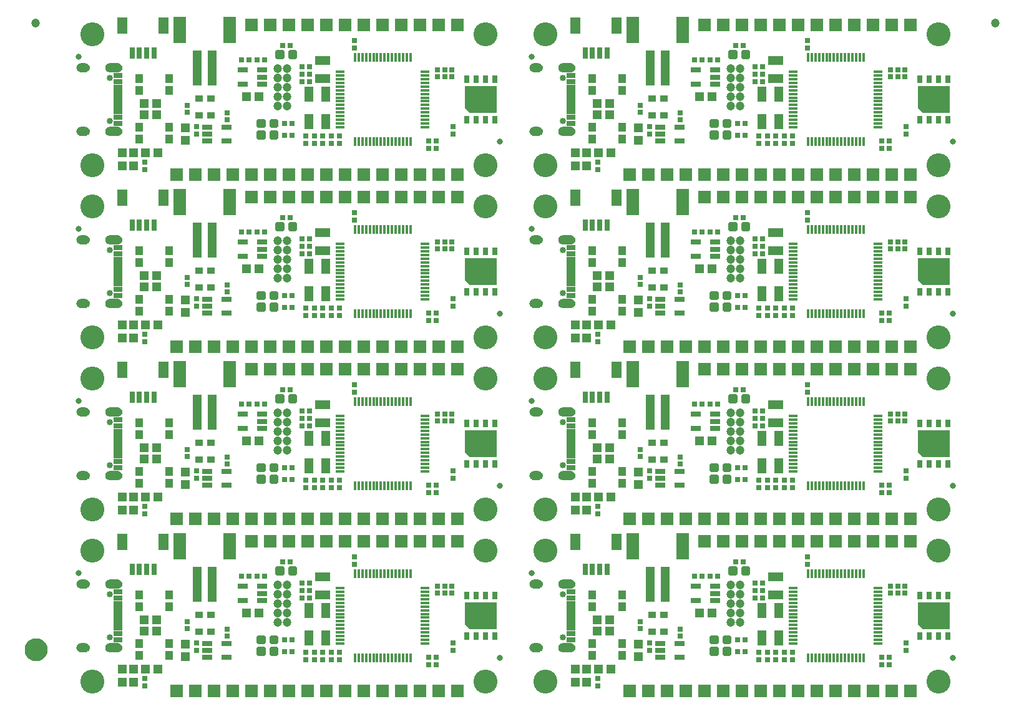
<source format=gts>
G04 EAGLE Gerber RS-274X export*
G75*
%MOMM*%
%FSLAX34Y34*%
%LPD*%
%INSoldermask Top*%
%IPPOS*%
%AMOC8*
5,1,8,0,0,1.08239X$1,22.5*%
G01*
%ADD10R,0.803200X0.803200*%
%ADD11R,1.033200X0.833200*%
%ADD12C,0.505344*%
%ADD13R,1.203200X0.503200*%
%ADD14R,1.203200X0.803200*%
%ADD15C,0.853200*%
%ADD16R,1.203200X4.803200*%
%ADD17R,1.803200X3.603200*%
%ADD18R,1.403200X2.203200*%
%ADD19R,0.803200X1.553200*%
%ADD20R,1.727200X1.727200*%
%ADD21C,1.203200*%
%ADD22R,1.203200X1.303200*%
%ADD23R,1.303200X1.203200*%
%ADD24R,1.203200X0.423200*%
%ADD25R,0.423200X1.203200*%
%ADD26R,1.403200X0.753200*%
%ADD27C,3.251200*%
%ADD28C,0.838200*%
%ADD29R,1.103200X1.203200*%
%ADD30R,0.703200X1.053200*%
%ADD31R,2.003200X1.203200*%
%ADD32R,1.303200X2.103200*%
%ADD33C,1.270000*%
%ADD34C,1.703200*%

G36*
X1188146Y797096D02*
X1188146Y797096D01*
X1188163Y797093D01*
X1188213Y797115D01*
X1188264Y797130D01*
X1188275Y797143D01*
X1188291Y797150D01*
X1188321Y797195D01*
X1188356Y797235D01*
X1188359Y797252D01*
X1188368Y797267D01*
X1188379Y797340D01*
X1188379Y833340D01*
X1188374Y833356D01*
X1188377Y833373D01*
X1188355Y833423D01*
X1188340Y833474D01*
X1188327Y833485D01*
X1188320Y833501D01*
X1188275Y833531D01*
X1188235Y833566D01*
X1188218Y833569D01*
X1188204Y833578D01*
X1188130Y833589D01*
X1145880Y833589D01*
X1145864Y833584D01*
X1145847Y833587D01*
X1145797Y833565D01*
X1145746Y833550D01*
X1145735Y833537D01*
X1145719Y833530D01*
X1145689Y833485D01*
X1145654Y833445D01*
X1145651Y833428D01*
X1145642Y833414D01*
X1145631Y833340D01*
X1145631Y803840D01*
X1145648Y803782D01*
X1145660Y803724D01*
X1145668Y803712D01*
X1145670Y803706D01*
X1145678Y803699D01*
X1145704Y803664D01*
X1152204Y797164D01*
X1152256Y797135D01*
X1152307Y797102D01*
X1152321Y797100D01*
X1152326Y797097D01*
X1152337Y797097D01*
X1152380Y797091D01*
X1188130Y797091D01*
X1188146Y797096D01*
G37*
G36*
X573466Y797096D02*
X573466Y797096D01*
X573483Y797093D01*
X573533Y797115D01*
X573584Y797130D01*
X573595Y797143D01*
X573611Y797150D01*
X573641Y797195D01*
X573676Y797235D01*
X573679Y797252D01*
X573688Y797267D01*
X573699Y797340D01*
X573699Y833340D01*
X573694Y833356D01*
X573697Y833373D01*
X573675Y833423D01*
X573660Y833474D01*
X573647Y833485D01*
X573640Y833501D01*
X573595Y833531D01*
X573555Y833566D01*
X573538Y833569D01*
X573524Y833578D01*
X573450Y833589D01*
X531200Y833589D01*
X531184Y833584D01*
X531167Y833587D01*
X531117Y833565D01*
X531066Y833550D01*
X531055Y833537D01*
X531039Y833530D01*
X531009Y833485D01*
X530974Y833445D01*
X530971Y833428D01*
X530962Y833414D01*
X530951Y833340D01*
X530951Y803840D01*
X530968Y803782D01*
X530980Y803724D01*
X530988Y803712D01*
X530990Y803706D01*
X530998Y803699D01*
X531024Y803664D01*
X537524Y797164D01*
X537576Y797135D01*
X537627Y797102D01*
X537641Y797100D01*
X537646Y797097D01*
X537657Y797097D01*
X537700Y797091D01*
X573450Y797091D01*
X573466Y797096D01*
G37*
G36*
X1188146Y563416D02*
X1188146Y563416D01*
X1188163Y563413D01*
X1188213Y563435D01*
X1188264Y563450D01*
X1188275Y563463D01*
X1188291Y563470D01*
X1188321Y563515D01*
X1188356Y563555D01*
X1188359Y563572D01*
X1188368Y563587D01*
X1188379Y563660D01*
X1188379Y599660D01*
X1188374Y599676D01*
X1188377Y599693D01*
X1188355Y599743D01*
X1188340Y599794D01*
X1188327Y599805D01*
X1188320Y599821D01*
X1188275Y599851D01*
X1188235Y599886D01*
X1188218Y599889D01*
X1188204Y599898D01*
X1188130Y599909D01*
X1145880Y599909D01*
X1145864Y599904D01*
X1145847Y599907D01*
X1145797Y599885D01*
X1145746Y599870D01*
X1145735Y599857D01*
X1145719Y599850D01*
X1145689Y599805D01*
X1145654Y599765D01*
X1145651Y599748D01*
X1145642Y599734D01*
X1145631Y599660D01*
X1145631Y570160D01*
X1145648Y570102D01*
X1145660Y570044D01*
X1145668Y570032D01*
X1145670Y570026D01*
X1145678Y570019D01*
X1145704Y569984D01*
X1152204Y563484D01*
X1152256Y563455D01*
X1152307Y563422D01*
X1152321Y563420D01*
X1152326Y563417D01*
X1152337Y563417D01*
X1152380Y563411D01*
X1188130Y563411D01*
X1188146Y563416D01*
G37*
G36*
X573466Y563416D02*
X573466Y563416D01*
X573483Y563413D01*
X573533Y563435D01*
X573584Y563450D01*
X573595Y563463D01*
X573611Y563470D01*
X573641Y563515D01*
X573676Y563555D01*
X573679Y563572D01*
X573688Y563587D01*
X573699Y563660D01*
X573699Y599660D01*
X573694Y599676D01*
X573697Y599693D01*
X573675Y599743D01*
X573660Y599794D01*
X573647Y599805D01*
X573640Y599821D01*
X573595Y599851D01*
X573555Y599886D01*
X573538Y599889D01*
X573524Y599898D01*
X573450Y599909D01*
X531200Y599909D01*
X531184Y599904D01*
X531167Y599907D01*
X531117Y599885D01*
X531066Y599870D01*
X531055Y599857D01*
X531039Y599850D01*
X531009Y599805D01*
X530974Y599765D01*
X530971Y599748D01*
X530962Y599734D01*
X530951Y599660D01*
X530951Y570160D01*
X530968Y570102D01*
X530980Y570044D01*
X530988Y570032D01*
X530990Y570026D01*
X530998Y570019D01*
X531024Y569984D01*
X537524Y563484D01*
X537576Y563455D01*
X537627Y563422D01*
X537641Y563420D01*
X537646Y563417D01*
X537657Y563417D01*
X537700Y563411D01*
X573450Y563411D01*
X573466Y563416D01*
G37*
G36*
X1188146Y329736D02*
X1188146Y329736D01*
X1188163Y329733D01*
X1188213Y329755D01*
X1188264Y329770D01*
X1188275Y329783D01*
X1188291Y329790D01*
X1188321Y329835D01*
X1188356Y329875D01*
X1188359Y329892D01*
X1188368Y329907D01*
X1188379Y329980D01*
X1188379Y365980D01*
X1188374Y365996D01*
X1188377Y366013D01*
X1188355Y366063D01*
X1188340Y366114D01*
X1188327Y366125D01*
X1188320Y366141D01*
X1188275Y366171D01*
X1188235Y366206D01*
X1188218Y366209D01*
X1188204Y366218D01*
X1188130Y366229D01*
X1145880Y366229D01*
X1145864Y366224D01*
X1145847Y366227D01*
X1145797Y366205D01*
X1145746Y366190D01*
X1145735Y366177D01*
X1145719Y366170D01*
X1145689Y366125D01*
X1145654Y366085D01*
X1145651Y366068D01*
X1145642Y366054D01*
X1145631Y365980D01*
X1145631Y336480D01*
X1145648Y336422D01*
X1145660Y336364D01*
X1145668Y336352D01*
X1145670Y336346D01*
X1145678Y336339D01*
X1145704Y336304D01*
X1152204Y329804D01*
X1152256Y329775D01*
X1152307Y329742D01*
X1152321Y329740D01*
X1152326Y329737D01*
X1152337Y329737D01*
X1152380Y329731D01*
X1188130Y329731D01*
X1188146Y329736D01*
G37*
G36*
X573466Y329736D02*
X573466Y329736D01*
X573483Y329733D01*
X573533Y329755D01*
X573584Y329770D01*
X573595Y329783D01*
X573611Y329790D01*
X573641Y329835D01*
X573676Y329875D01*
X573679Y329892D01*
X573688Y329907D01*
X573699Y329980D01*
X573699Y365980D01*
X573694Y365996D01*
X573697Y366013D01*
X573675Y366063D01*
X573660Y366114D01*
X573647Y366125D01*
X573640Y366141D01*
X573595Y366171D01*
X573555Y366206D01*
X573538Y366209D01*
X573524Y366218D01*
X573450Y366229D01*
X531200Y366229D01*
X531184Y366224D01*
X531167Y366227D01*
X531117Y366205D01*
X531066Y366190D01*
X531055Y366177D01*
X531039Y366170D01*
X531009Y366125D01*
X530974Y366085D01*
X530971Y366068D01*
X530962Y366054D01*
X530951Y365980D01*
X530951Y336480D01*
X530968Y336422D01*
X530980Y336364D01*
X530988Y336352D01*
X530990Y336346D01*
X530998Y336339D01*
X531024Y336304D01*
X537524Y329804D01*
X537576Y329775D01*
X537627Y329742D01*
X537641Y329740D01*
X537646Y329737D01*
X537657Y329737D01*
X537700Y329731D01*
X573450Y329731D01*
X573466Y329736D01*
G37*
G36*
X1188146Y96056D02*
X1188146Y96056D01*
X1188163Y96053D01*
X1188213Y96075D01*
X1188264Y96090D01*
X1188275Y96103D01*
X1188291Y96110D01*
X1188321Y96155D01*
X1188356Y96195D01*
X1188359Y96212D01*
X1188368Y96227D01*
X1188379Y96300D01*
X1188379Y132300D01*
X1188374Y132316D01*
X1188377Y132333D01*
X1188355Y132383D01*
X1188340Y132434D01*
X1188327Y132445D01*
X1188320Y132461D01*
X1188275Y132491D01*
X1188235Y132526D01*
X1188218Y132529D01*
X1188204Y132538D01*
X1188130Y132549D01*
X1145880Y132549D01*
X1145864Y132544D01*
X1145847Y132547D01*
X1145797Y132525D01*
X1145746Y132510D01*
X1145735Y132497D01*
X1145719Y132490D01*
X1145689Y132445D01*
X1145654Y132405D01*
X1145651Y132388D01*
X1145642Y132374D01*
X1145631Y132300D01*
X1145631Y102800D01*
X1145648Y102742D01*
X1145660Y102684D01*
X1145668Y102672D01*
X1145670Y102666D01*
X1145678Y102659D01*
X1145704Y102624D01*
X1152204Y96124D01*
X1152256Y96095D01*
X1152307Y96062D01*
X1152321Y96060D01*
X1152326Y96057D01*
X1152337Y96057D01*
X1152380Y96051D01*
X1188130Y96051D01*
X1188146Y96056D01*
G37*
G36*
X573466Y96056D02*
X573466Y96056D01*
X573483Y96053D01*
X573533Y96075D01*
X573584Y96090D01*
X573595Y96103D01*
X573611Y96110D01*
X573641Y96155D01*
X573676Y96195D01*
X573679Y96212D01*
X573688Y96227D01*
X573699Y96300D01*
X573699Y132300D01*
X573694Y132316D01*
X573697Y132333D01*
X573675Y132383D01*
X573660Y132434D01*
X573647Y132445D01*
X573640Y132461D01*
X573595Y132491D01*
X573555Y132526D01*
X573538Y132529D01*
X573524Y132538D01*
X573450Y132549D01*
X531200Y132549D01*
X531184Y132544D01*
X531167Y132547D01*
X531117Y132525D01*
X531066Y132510D01*
X531055Y132497D01*
X531039Y132490D01*
X531009Y132445D01*
X530974Y132405D01*
X530971Y132388D01*
X530962Y132374D01*
X530951Y132300D01*
X530951Y102800D01*
X530968Y102742D01*
X530980Y102684D01*
X530988Y102672D01*
X530990Y102666D01*
X530998Y102659D01*
X531024Y102624D01*
X537524Y96124D01*
X537576Y96095D01*
X537627Y96062D01*
X537641Y96060D01*
X537646Y96057D01*
X537657Y96057D01*
X537700Y96051D01*
X573450Y96051D01*
X573466Y96056D01*
G37*
G36*
X674984Y852494D02*
X674984Y852494D01*
X674987Y852491D01*
X676109Y852646D01*
X676114Y852651D01*
X676118Y852648D01*
X677189Y853019D01*
X677193Y853025D01*
X677198Y853023D01*
X678175Y853596D01*
X678178Y853602D01*
X678183Y853601D01*
X679030Y854354D01*
X679032Y854361D01*
X679037Y854361D01*
X679721Y855264D01*
X679721Y855271D01*
X679726Y855272D01*
X680221Y856291D01*
X680219Y856298D01*
X680224Y856300D01*
X680511Y857397D01*
X680509Y857401D01*
X680511Y857402D01*
X680509Y857404D01*
X680512Y857406D01*
X680579Y858537D01*
X680577Y858541D01*
X680579Y858543D01*
X680512Y859674D01*
X680507Y859679D01*
X680511Y859683D01*
X680224Y860780D01*
X680218Y860784D01*
X680221Y860789D01*
X679726Y861808D01*
X679720Y861811D01*
X679721Y861816D01*
X679037Y862719D01*
X679030Y862721D01*
X679030Y862726D01*
X678183Y863479D01*
X678176Y863479D01*
X678175Y863484D01*
X677198Y864057D01*
X677191Y864056D01*
X677189Y864061D01*
X676118Y864432D01*
X676112Y864429D01*
X676109Y864434D01*
X674987Y864589D01*
X674982Y864586D01*
X674980Y864589D01*
X662980Y864589D01*
X662975Y864586D01*
X662972Y864589D01*
X661705Y864384D01*
X661699Y864378D01*
X661695Y864381D01*
X660505Y863899D01*
X660501Y863892D01*
X660495Y863894D01*
X659442Y863160D01*
X659440Y863152D01*
X659434Y863153D01*
X658571Y862203D01*
X658570Y862194D01*
X658565Y862194D01*
X657935Y861075D01*
X657936Y861067D01*
X657930Y861065D01*
X657565Y859835D01*
X657568Y859827D01*
X657563Y859824D01*
X657481Y858543D01*
X657484Y858539D01*
X657481Y858537D01*
X657563Y857256D01*
X657569Y857250D01*
X657565Y857245D01*
X657930Y856015D01*
X657937Y856010D01*
X657935Y856005D01*
X658565Y854886D01*
X658572Y854883D01*
X658571Y854877D01*
X659434Y853927D01*
X659442Y853926D01*
X659442Y853920D01*
X660495Y853186D01*
X660503Y853186D01*
X660505Y853181D01*
X661695Y852699D01*
X661702Y852701D01*
X661705Y852696D01*
X662972Y852491D01*
X662977Y852494D01*
X662980Y852491D01*
X674980Y852491D01*
X674984Y852494D01*
G37*
G36*
X60304Y852494D02*
X60304Y852494D01*
X60307Y852491D01*
X61429Y852646D01*
X61434Y852651D01*
X61438Y852648D01*
X62509Y853019D01*
X62513Y853025D01*
X62518Y853023D01*
X63495Y853596D01*
X63498Y853602D01*
X63503Y853601D01*
X64350Y854354D01*
X64352Y854361D01*
X64357Y854361D01*
X65041Y855264D01*
X65041Y855271D01*
X65046Y855272D01*
X65541Y856291D01*
X65539Y856298D01*
X65544Y856300D01*
X65831Y857397D01*
X65829Y857401D01*
X65831Y857402D01*
X65829Y857404D01*
X65832Y857406D01*
X65899Y858537D01*
X65897Y858541D01*
X65899Y858543D01*
X65832Y859674D01*
X65827Y859679D01*
X65831Y859683D01*
X65544Y860780D01*
X65538Y860784D01*
X65541Y860789D01*
X65046Y861808D01*
X65040Y861811D01*
X65041Y861816D01*
X64357Y862719D01*
X64350Y862721D01*
X64350Y862726D01*
X63503Y863479D01*
X63496Y863479D01*
X63495Y863484D01*
X62518Y864057D01*
X62511Y864056D01*
X62509Y864061D01*
X61438Y864432D01*
X61432Y864429D01*
X61429Y864434D01*
X60307Y864589D01*
X60302Y864586D01*
X60300Y864589D01*
X48300Y864589D01*
X48295Y864586D01*
X48292Y864589D01*
X47025Y864384D01*
X47019Y864378D01*
X47015Y864381D01*
X45825Y863899D01*
X45821Y863892D01*
X45815Y863894D01*
X44762Y863160D01*
X44760Y863152D01*
X44754Y863153D01*
X43891Y862203D01*
X43890Y862194D01*
X43885Y862194D01*
X43255Y861075D01*
X43256Y861067D01*
X43250Y861065D01*
X42885Y859835D01*
X42888Y859827D01*
X42883Y859824D01*
X42801Y858543D01*
X42804Y858539D01*
X42801Y858537D01*
X42883Y857256D01*
X42889Y857250D01*
X42885Y857245D01*
X43250Y856015D01*
X43257Y856010D01*
X43255Y856005D01*
X43885Y854886D01*
X43892Y854883D01*
X43891Y854877D01*
X44754Y853927D01*
X44762Y853926D01*
X44762Y853920D01*
X45815Y853186D01*
X45823Y853186D01*
X45825Y853181D01*
X47015Y852699D01*
X47022Y852701D01*
X47025Y852696D01*
X48292Y852491D01*
X48297Y852494D01*
X48300Y852491D01*
X60300Y852491D01*
X60304Y852494D01*
G37*
G36*
X674984Y618814D02*
X674984Y618814D01*
X674987Y618811D01*
X676109Y618966D01*
X676114Y618971D01*
X676118Y618968D01*
X677189Y619339D01*
X677193Y619345D01*
X677198Y619343D01*
X678175Y619916D01*
X678178Y619922D01*
X678183Y619921D01*
X679030Y620674D01*
X679032Y620681D01*
X679037Y620681D01*
X679721Y621584D01*
X679721Y621591D01*
X679726Y621592D01*
X680221Y622611D01*
X680219Y622618D01*
X680224Y622620D01*
X680511Y623717D01*
X680509Y623721D01*
X680511Y623722D01*
X680509Y623724D01*
X680512Y623726D01*
X680579Y624857D01*
X680577Y624861D01*
X680579Y624863D01*
X680512Y625994D01*
X680507Y625999D01*
X680511Y626003D01*
X680224Y627100D01*
X680218Y627104D01*
X680221Y627109D01*
X679726Y628128D01*
X679720Y628131D01*
X679721Y628136D01*
X679037Y629039D01*
X679030Y629041D01*
X679030Y629046D01*
X678183Y629799D01*
X678176Y629799D01*
X678175Y629804D01*
X677198Y630377D01*
X677191Y630376D01*
X677189Y630381D01*
X676118Y630752D01*
X676112Y630749D01*
X676109Y630754D01*
X674987Y630909D01*
X674982Y630906D01*
X674980Y630909D01*
X662980Y630909D01*
X662975Y630906D01*
X662972Y630909D01*
X661705Y630704D01*
X661699Y630698D01*
X661695Y630701D01*
X660505Y630219D01*
X660501Y630212D01*
X660495Y630214D01*
X659442Y629480D01*
X659440Y629472D01*
X659434Y629473D01*
X658571Y628523D01*
X658570Y628514D01*
X658565Y628514D01*
X657935Y627395D01*
X657936Y627387D01*
X657930Y627385D01*
X657565Y626155D01*
X657568Y626147D01*
X657563Y626144D01*
X657481Y624863D01*
X657484Y624859D01*
X657481Y624857D01*
X657563Y623576D01*
X657569Y623570D01*
X657565Y623565D01*
X657930Y622335D01*
X657937Y622330D01*
X657935Y622325D01*
X658565Y621206D01*
X658572Y621203D01*
X658571Y621197D01*
X659434Y620247D01*
X659442Y620246D01*
X659442Y620240D01*
X660495Y619506D01*
X660503Y619506D01*
X660505Y619501D01*
X661695Y619019D01*
X661702Y619021D01*
X661705Y619016D01*
X662972Y618811D01*
X662977Y618814D01*
X662980Y618811D01*
X674980Y618811D01*
X674984Y618814D01*
G37*
G36*
X674984Y532414D02*
X674984Y532414D01*
X674987Y532411D01*
X676109Y532566D01*
X676114Y532571D01*
X676118Y532568D01*
X677189Y532939D01*
X677193Y532945D01*
X677198Y532943D01*
X678175Y533516D01*
X678178Y533522D01*
X678183Y533521D01*
X679030Y534274D01*
X679032Y534281D01*
X679037Y534281D01*
X679721Y535184D01*
X679721Y535191D01*
X679726Y535192D01*
X680221Y536211D01*
X680219Y536218D01*
X680224Y536220D01*
X680511Y537317D01*
X680509Y537321D01*
X680511Y537322D01*
X680509Y537324D01*
X680512Y537326D01*
X680579Y538457D01*
X680577Y538461D01*
X680579Y538463D01*
X680512Y539594D01*
X680507Y539599D01*
X680511Y539603D01*
X680224Y540700D01*
X680218Y540704D01*
X680221Y540709D01*
X679726Y541728D01*
X679720Y541731D01*
X679721Y541736D01*
X679037Y542639D01*
X679030Y542641D01*
X679030Y542646D01*
X678183Y543399D01*
X678176Y543399D01*
X678175Y543404D01*
X677198Y543977D01*
X677191Y543976D01*
X677189Y543981D01*
X676118Y544352D01*
X676112Y544349D01*
X676109Y544354D01*
X674987Y544509D01*
X674982Y544506D01*
X674980Y544509D01*
X662980Y544509D01*
X662975Y544506D01*
X662972Y544509D01*
X661705Y544304D01*
X661699Y544298D01*
X661695Y544301D01*
X660505Y543819D01*
X660501Y543812D01*
X660495Y543814D01*
X659442Y543080D01*
X659440Y543072D01*
X659434Y543073D01*
X658571Y542123D01*
X658570Y542114D01*
X658565Y542114D01*
X657935Y540995D01*
X657936Y540987D01*
X657930Y540985D01*
X657565Y539755D01*
X657568Y539747D01*
X657563Y539744D01*
X657481Y538463D01*
X657484Y538459D01*
X657481Y538457D01*
X657563Y537176D01*
X657569Y537170D01*
X657565Y537165D01*
X657930Y535935D01*
X657937Y535930D01*
X657935Y535925D01*
X658565Y534806D01*
X658572Y534803D01*
X658571Y534797D01*
X659434Y533847D01*
X659442Y533846D01*
X659442Y533840D01*
X660495Y533106D01*
X660503Y533106D01*
X660505Y533101D01*
X661695Y532619D01*
X661702Y532621D01*
X661705Y532616D01*
X662972Y532411D01*
X662977Y532414D01*
X662980Y532411D01*
X674980Y532411D01*
X674984Y532414D01*
G37*
G36*
X674984Y766094D02*
X674984Y766094D01*
X674987Y766091D01*
X676109Y766246D01*
X676114Y766251D01*
X676118Y766248D01*
X677189Y766619D01*
X677193Y766625D01*
X677198Y766623D01*
X678175Y767196D01*
X678178Y767202D01*
X678183Y767201D01*
X679030Y767954D01*
X679032Y767961D01*
X679037Y767961D01*
X679721Y768864D01*
X679721Y768871D01*
X679726Y768872D01*
X680221Y769891D01*
X680219Y769898D01*
X680224Y769900D01*
X680511Y770997D01*
X680509Y771001D01*
X680511Y771002D01*
X680509Y771004D01*
X680512Y771006D01*
X680579Y772137D01*
X680577Y772141D01*
X680579Y772143D01*
X680512Y773274D01*
X680507Y773279D01*
X680511Y773283D01*
X680224Y774380D01*
X680218Y774384D01*
X680221Y774389D01*
X679726Y775408D01*
X679720Y775411D01*
X679721Y775416D01*
X679037Y776319D01*
X679030Y776321D01*
X679030Y776326D01*
X678183Y777079D01*
X678176Y777079D01*
X678175Y777084D01*
X677198Y777657D01*
X677191Y777656D01*
X677189Y777661D01*
X676118Y778032D01*
X676112Y778029D01*
X676109Y778034D01*
X674987Y778189D01*
X674982Y778186D01*
X674980Y778189D01*
X662980Y778189D01*
X662975Y778186D01*
X662972Y778189D01*
X661705Y777984D01*
X661699Y777978D01*
X661695Y777981D01*
X660505Y777499D01*
X660501Y777492D01*
X660495Y777494D01*
X659442Y776760D01*
X659440Y776752D01*
X659434Y776753D01*
X658571Y775803D01*
X658570Y775794D01*
X658565Y775794D01*
X657935Y774675D01*
X657936Y774667D01*
X657930Y774665D01*
X657565Y773435D01*
X657568Y773427D01*
X657563Y773424D01*
X657481Y772143D01*
X657484Y772139D01*
X657481Y772137D01*
X657563Y770856D01*
X657569Y770850D01*
X657565Y770845D01*
X657930Y769615D01*
X657937Y769610D01*
X657935Y769605D01*
X658565Y768486D01*
X658572Y768483D01*
X658571Y768477D01*
X659434Y767527D01*
X659442Y767526D01*
X659442Y767520D01*
X660495Y766786D01*
X660503Y766786D01*
X660505Y766781D01*
X661695Y766299D01*
X661702Y766301D01*
X661705Y766296D01*
X662972Y766091D01*
X662977Y766094D01*
X662980Y766091D01*
X674980Y766091D01*
X674984Y766094D01*
G37*
G36*
X60304Y766094D02*
X60304Y766094D01*
X60307Y766091D01*
X61429Y766246D01*
X61434Y766251D01*
X61438Y766248D01*
X62509Y766619D01*
X62513Y766625D01*
X62518Y766623D01*
X63495Y767196D01*
X63498Y767202D01*
X63503Y767201D01*
X64350Y767954D01*
X64352Y767961D01*
X64357Y767961D01*
X65041Y768864D01*
X65041Y768871D01*
X65046Y768872D01*
X65541Y769891D01*
X65539Y769898D01*
X65544Y769900D01*
X65831Y770997D01*
X65829Y771001D01*
X65831Y771002D01*
X65829Y771004D01*
X65832Y771006D01*
X65899Y772137D01*
X65897Y772141D01*
X65899Y772143D01*
X65832Y773274D01*
X65827Y773279D01*
X65831Y773283D01*
X65544Y774380D01*
X65538Y774384D01*
X65541Y774389D01*
X65046Y775408D01*
X65040Y775411D01*
X65041Y775416D01*
X64357Y776319D01*
X64350Y776321D01*
X64350Y776326D01*
X63503Y777079D01*
X63496Y777079D01*
X63495Y777084D01*
X62518Y777657D01*
X62511Y777656D01*
X62509Y777661D01*
X61438Y778032D01*
X61432Y778029D01*
X61429Y778034D01*
X60307Y778189D01*
X60302Y778186D01*
X60300Y778189D01*
X48300Y778189D01*
X48295Y778186D01*
X48292Y778189D01*
X47025Y777984D01*
X47019Y777978D01*
X47015Y777981D01*
X45825Y777499D01*
X45821Y777492D01*
X45815Y777494D01*
X44762Y776760D01*
X44760Y776752D01*
X44754Y776753D01*
X43891Y775803D01*
X43890Y775794D01*
X43885Y775794D01*
X43255Y774675D01*
X43256Y774667D01*
X43250Y774665D01*
X42885Y773435D01*
X42888Y773427D01*
X42883Y773424D01*
X42801Y772143D01*
X42804Y772139D01*
X42801Y772137D01*
X42883Y770856D01*
X42889Y770850D01*
X42885Y770845D01*
X43250Y769615D01*
X43257Y769610D01*
X43255Y769605D01*
X43885Y768486D01*
X43892Y768483D01*
X43891Y768477D01*
X44754Y767527D01*
X44762Y767526D01*
X44762Y767520D01*
X45815Y766786D01*
X45823Y766786D01*
X45825Y766781D01*
X47015Y766299D01*
X47022Y766301D01*
X47025Y766296D01*
X48292Y766091D01*
X48297Y766094D01*
X48300Y766091D01*
X60300Y766091D01*
X60304Y766094D01*
G37*
G36*
X60304Y618814D02*
X60304Y618814D01*
X60307Y618811D01*
X61429Y618966D01*
X61434Y618971D01*
X61438Y618968D01*
X62509Y619339D01*
X62513Y619345D01*
X62518Y619343D01*
X63495Y619916D01*
X63498Y619922D01*
X63503Y619921D01*
X64350Y620674D01*
X64352Y620681D01*
X64357Y620681D01*
X65041Y621584D01*
X65041Y621591D01*
X65046Y621592D01*
X65541Y622611D01*
X65539Y622618D01*
X65544Y622620D01*
X65831Y623717D01*
X65829Y623721D01*
X65831Y623722D01*
X65829Y623724D01*
X65832Y623726D01*
X65899Y624857D01*
X65897Y624861D01*
X65899Y624863D01*
X65832Y625994D01*
X65827Y625999D01*
X65831Y626003D01*
X65544Y627100D01*
X65538Y627104D01*
X65541Y627109D01*
X65046Y628128D01*
X65040Y628131D01*
X65041Y628136D01*
X64357Y629039D01*
X64350Y629041D01*
X64350Y629046D01*
X63503Y629799D01*
X63496Y629799D01*
X63495Y629804D01*
X62518Y630377D01*
X62511Y630376D01*
X62509Y630381D01*
X61438Y630752D01*
X61432Y630749D01*
X61429Y630754D01*
X60307Y630909D01*
X60302Y630906D01*
X60300Y630909D01*
X48300Y630909D01*
X48295Y630906D01*
X48292Y630909D01*
X47025Y630704D01*
X47019Y630698D01*
X47015Y630701D01*
X45825Y630219D01*
X45821Y630212D01*
X45815Y630214D01*
X44762Y629480D01*
X44760Y629472D01*
X44754Y629473D01*
X43891Y628523D01*
X43890Y628514D01*
X43885Y628514D01*
X43255Y627395D01*
X43256Y627387D01*
X43250Y627385D01*
X42885Y626155D01*
X42888Y626147D01*
X42883Y626144D01*
X42801Y624863D01*
X42804Y624859D01*
X42801Y624857D01*
X42883Y623576D01*
X42889Y623570D01*
X42885Y623565D01*
X43250Y622335D01*
X43257Y622330D01*
X43255Y622325D01*
X43885Y621206D01*
X43892Y621203D01*
X43891Y621197D01*
X44754Y620247D01*
X44762Y620246D01*
X44762Y620240D01*
X45815Y619506D01*
X45823Y619506D01*
X45825Y619501D01*
X47015Y619019D01*
X47022Y619021D01*
X47025Y619016D01*
X48292Y618811D01*
X48297Y618814D01*
X48300Y618811D01*
X60300Y618811D01*
X60304Y618814D01*
G37*
G36*
X60304Y532414D02*
X60304Y532414D01*
X60307Y532411D01*
X61429Y532566D01*
X61434Y532571D01*
X61438Y532568D01*
X62509Y532939D01*
X62513Y532945D01*
X62518Y532943D01*
X63495Y533516D01*
X63498Y533522D01*
X63503Y533521D01*
X64350Y534274D01*
X64352Y534281D01*
X64357Y534281D01*
X65041Y535184D01*
X65041Y535191D01*
X65046Y535192D01*
X65541Y536211D01*
X65539Y536218D01*
X65544Y536220D01*
X65831Y537317D01*
X65829Y537321D01*
X65831Y537322D01*
X65829Y537324D01*
X65832Y537326D01*
X65899Y538457D01*
X65897Y538461D01*
X65899Y538463D01*
X65832Y539594D01*
X65827Y539599D01*
X65831Y539603D01*
X65544Y540700D01*
X65538Y540704D01*
X65541Y540709D01*
X65046Y541728D01*
X65040Y541731D01*
X65041Y541736D01*
X64357Y542639D01*
X64350Y542641D01*
X64350Y542646D01*
X63503Y543399D01*
X63496Y543399D01*
X63495Y543404D01*
X62518Y543977D01*
X62511Y543976D01*
X62509Y543981D01*
X61438Y544352D01*
X61432Y544349D01*
X61429Y544354D01*
X60307Y544509D01*
X60302Y544506D01*
X60300Y544509D01*
X48300Y544509D01*
X48295Y544506D01*
X48292Y544509D01*
X47025Y544304D01*
X47019Y544298D01*
X47015Y544301D01*
X45825Y543819D01*
X45821Y543812D01*
X45815Y543814D01*
X44762Y543080D01*
X44760Y543072D01*
X44754Y543073D01*
X43891Y542123D01*
X43890Y542114D01*
X43885Y542114D01*
X43255Y540995D01*
X43256Y540987D01*
X43250Y540985D01*
X42885Y539755D01*
X42888Y539747D01*
X42883Y539744D01*
X42801Y538463D01*
X42804Y538459D01*
X42801Y538457D01*
X42883Y537176D01*
X42889Y537170D01*
X42885Y537165D01*
X43250Y535935D01*
X43257Y535930D01*
X43255Y535925D01*
X43885Y534806D01*
X43892Y534803D01*
X43891Y534797D01*
X44754Y533847D01*
X44762Y533846D01*
X44762Y533840D01*
X45815Y533106D01*
X45823Y533106D01*
X45825Y533101D01*
X47015Y532619D01*
X47022Y532621D01*
X47025Y532616D01*
X48292Y532411D01*
X48297Y532414D01*
X48300Y532411D01*
X60300Y532411D01*
X60304Y532414D01*
G37*
G36*
X674984Y385134D02*
X674984Y385134D01*
X674987Y385131D01*
X676109Y385286D01*
X676114Y385291D01*
X676118Y385288D01*
X677189Y385659D01*
X677193Y385665D01*
X677198Y385663D01*
X678175Y386236D01*
X678178Y386242D01*
X678183Y386241D01*
X679030Y386994D01*
X679032Y387001D01*
X679037Y387001D01*
X679721Y387904D01*
X679721Y387911D01*
X679726Y387912D01*
X680221Y388931D01*
X680219Y388938D01*
X680224Y388940D01*
X680511Y390037D01*
X680509Y390041D01*
X680511Y390042D01*
X680509Y390044D01*
X680512Y390046D01*
X680579Y391177D01*
X680577Y391181D01*
X680579Y391183D01*
X680512Y392314D01*
X680507Y392319D01*
X680511Y392323D01*
X680224Y393420D01*
X680218Y393424D01*
X680221Y393429D01*
X679726Y394448D01*
X679720Y394451D01*
X679721Y394456D01*
X679037Y395359D01*
X679030Y395361D01*
X679030Y395366D01*
X678183Y396119D01*
X678176Y396119D01*
X678175Y396124D01*
X677198Y396697D01*
X677191Y396696D01*
X677189Y396701D01*
X676118Y397072D01*
X676112Y397069D01*
X676109Y397074D01*
X674987Y397229D01*
X674982Y397226D01*
X674980Y397229D01*
X662980Y397229D01*
X662975Y397226D01*
X662972Y397229D01*
X661705Y397024D01*
X661699Y397018D01*
X661695Y397021D01*
X660505Y396539D01*
X660501Y396532D01*
X660495Y396534D01*
X659442Y395800D01*
X659440Y395792D01*
X659434Y395793D01*
X658571Y394843D01*
X658570Y394834D01*
X658565Y394834D01*
X657935Y393715D01*
X657936Y393707D01*
X657930Y393705D01*
X657565Y392475D01*
X657568Y392467D01*
X657563Y392464D01*
X657481Y391183D01*
X657484Y391179D01*
X657481Y391177D01*
X657563Y389896D01*
X657569Y389890D01*
X657565Y389885D01*
X657930Y388655D01*
X657937Y388650D01*
X657935Y388645D01*
X658565Y387526D01*
X658572Y387523D01*
X658571Y387517D01*
X659434Y386567D01*
X659442Y386566D01*
X659442Y386560D01*
X660495Y385826D01*
X660503Y385826D01*
X660505Y385821D01*
X661695Y385339D01*
X661702Y385341D01*
X661705Y385336D01*
X662972Y385131D01*
X662977Y385134D01*
X662980Y385131D01*
X674980Y385131D01*
X674984Y385134D01*
G37*
G36*
X60304Y385134D02*
X60304Y385134D01*
X60307Y385131D01*
X61429Y385286D01*
X61434Y385291D01*
X61438Y385288D01*
X62509Y385659D01*
X62513Y385665D01*
X62518Y385663D01*
X63495Y386236D01*
X63498Y386242D01*
X63503Y386241D01*
X64350Y386994D01*
X64352Y387001D01*
X64357Y387001D01*
X65041Y387904D01*
X65041Y387911D01*
X65046Y387912D01*
X65541Y388931D01*
X65539Y388938D01*
X65544Y388940D01*
X65831Y390037D01*
X65829Y390041D01*
X65831Y390042D01*
X65829Y390044D01*
X65832Y390046D01*
X65899Y391177D01*
X65897Y391181D01*
X65899Y391183D01*
X65832Y392314D01*
X65827Y392319D01*
X65831Y392323D01*
X65544Y393420D01*
X65538Y393424D01*
X65541Y393429D01*
X65046Y394448D01*
X65040Y394451D01*
X65041Y394456D01*
X64357Y395359D01*
X64350Y395361D01*
X64350Y395366D01*
X63503Y396119D01*
X63496Y396119D01*
X63495Y396124D01*
X62518Y396697D01*
X62511Y396696D01*
X62509Y396701D01*
X61438Y397072D01*
X61432Y397069D01*
X61429Y397074D01*
X60307Y397229D01*
X60302Y397226D01*
X60300Y397229D01*
X48300Y397229D01*
X48295Y397226D01*
X48292Y397229D01*
X47025Y397024D01*
X47019Y397018D01*
X47015Y397021D01*
X45825Y396539D01*
X45821Y396532D01*
X45815Y396534D01*
X44762Y395800D01*
X44760Y395792D01*
X44754Y395793D01*
X43891Y394843D01*
X43890Y394834D01*
X43885Y394834D01*
X43255Y393715D01*
X43256Y393707D01*
X43250Y393705D01*
X42885Y392475D01*
X42888Y392467D01*
X42883Y392464D01*
X42801Y391183D01*
X42804Y391179D01*
X42801Y391177D01*
X42883Y389896D01*
X42889Y389890D01*
X42885Y389885D01*
X43250Y388655D01*
X43257Y388650D01*
X43255Y388645D01*
X43885Y387526D01*
X43892Y387523D01*
X43891Y387517D01*
X44754Y386567D01*
X44762Y386566D01*
X44762Y386560D01*
X45815Y385826D01*
X45823Y385826D01*
X45825Y385821D01*
X47015Y385339D01*
X47022Y385341D01*
X47025Y385336D01*
X48292Y385131D01*
X48297Y385134D01*
X48300Y385131D01*
X60300Y385131D01*
X60304Y385134D01*
G37*
G36*
X60304Y298734D02*
X60304Y298734D01*
X60307Y298731D01*
X61429Y298886D01*
X61434Y298891D01*
X61438Y298888D01*
X62509Y299259D01*
X62513Y299265D01*
X62518Y299263D01*
X63495Y299836D01*
X63498Y299842D01*
X63503Y299841D01*
X64350Y300594D01*
X64352Y300601D01*
X64357Y300601D01*
X65041Y301504D01*
X65041Y301511D01*
X65046Y301512D01*
X65541Y302531D01*
X65539Y302538D01*
X65544Y302540D01*
X65831Y303637D01*
X65829Y303641D01*
X65831Y303642D01*
X65829Y303644D01*
X65832Y303646D01*
X65899Y304777D01*
X65897Y304781D01*
X65899Y304783D01*
X65832Y305914D01*
X65827Y305919D01*
X65831Y305923D01*
X65544Y307020D01*
X65538Y307024D01*
X65541Y307029D01*
X65046Y308048D01*
X65040Y308051D01*
X65041Y308056D01*
X64357Y308959D01*
X64350Y308961D01*
X64350Y308966D01*
X63503Y309719D01*
X63496Y309719D01*
X63495Y309724D01*
X62518Y310297D01*
X62511Y310296D01*
X62509Y310301D01*
X61438Y310672D01*
X61432Y310669D01*
X61429Y310674D01*
X60307Y310829D01*
X60302Y310826D01*
X60300Y310829D01*
X48300Y310829D01*
X48295Y310826D01*
X48292Y310829D01*
X47025Y310624D01*
X47019Y310618D01*
X47015Y310621D01*
X45825Y310139D01*
X45821Y310132D01*
X45815Y310134D01*
X44762Y309400D01*
X44760Y309392D01*
X44754Y309393D01*
X43891Y308443D01*
X43890Y308434D01*
X43885Y308434D01*
X43255Y307315D01*
X43256Y307307D01*
X43250Y307305D01*
X42885Y306075D01*
X42888Y306067D01*
X42883Y306064D01*
X42801Y304783D01*
X42804Y304779D01*
X42801Y304777D01*
X42883Y303496D01*
X42889Y303490D01*
X42885Y303485D01*
X43250Y302255D01*
X43257Y302250D01*
X43255Y302245D01*
X43885Y301126D01*
X43892Y301123D01*
X43891Y301117D01*
X44754Y300167D01*
X44762Y300166D01*
X44762Y300160D01*
X45815Y299426D01*
X45823Y299426D01*
X45825Y299421D01*
X47015Y298939D01*
X47022Y298941D01*
X47025Y298936D01*
X48292Y298731D01*
X48297Y298734D01*
X48300Y298731D01*
X60300Y298731D01*
X60304Y298734D01*
G37*
G36*
X674984Y298734D02*
X674984Y298734D01*
X674987Y298731D01*
X676109Y298886D01*
X676114Y298891D01*
X676118Y298888D01*
X677189Y299259D01*
X677193Y299265D01*
X677198Y299263D01*
X678175Y299836D01*
X678178Y299842D01*
X678183Y299841D01*
X679030Y300594D01*
X679032Y300601D01*
X679037Y300601D01*
X679721Y301504D01*
X679721Y301511D01*
X679726Y301512D01*
X680221Y302531D01*
X680219Y302538D01*
X680224Y302540D01*
X680511Y303637D01*
X680509Y303641D01*
X680511Y303642D01*
X680509Y303644D01*
X680512Y303646D01*
X680579Y304777D01*
X680577Y304781D01*
X680579Y304783D01*
X680512Y305914D01*
X680507Y305919D01*
X680511Y305923D01*
X680224Y307020D01*
X680218Y307024D01*
X680221Y307029D01*
X679726Y308048D01*
X679720Y308051D01*
X679721Y308056D01*
X679037Y308959D01*
X679030Y308961D01*
X679030Y308966D01*
X678183Y309719D01*
X678176Y309719D01*
X678175Y309724D01*
X677198Y310297D01*
X677191Y310296D01*
X677189Y310301D01*
X676118Y310672D01*
X676112Y310669D01*
X676109Y310674D01*
X674987Y310829D01*
X674982Y310826D01*
X674980Y310829D01*
X662980Y310829D01*
X662975Y310826D01*
X662972Y310829D01*
X661705Y310624D01*
X661699Y310618D01*
X661695Y310621D01*
X660505Y310139D01*
X660501Y310132D01*
X660495Y310134D01*
X659442Y309400D01*
X659440Y309392D01*
X659434Y309393D01*
X658571Y308443D01*
X658570Y308434D01*
X658565Y308434D01*
X657935Y307315D01*
X657936Y307307D01*
X657930Y307305D01*
X657565Y306075D01*
X657568Y306067D01*
X657563Y306064D01*
X657481Y304783D01*
X657484Y304779D01*
X657481Y304777D01*
X657563Y303496D01*
X657569Y303490D01*
X657565Y303485D01*
X657930Y302255D01*
X657937Y302250D01*
X657935Y302245D01*
X658565Y301126D01*
X658572Y301123D01*
X658571Y301117D01*
X659434Y300167D01*
X659442Y300166D01*
X659442Y300160D01*
X660495Y299426D01*
X660503Y299426D01*
X660505Y299421D01*
X661695Y298939D01*
X661702Y298941D01*
X661705Y298936D01*
X662972Y298731D01*
X662977Y298734D01*
X662980Y298731D01*
X674980Y298731D01*
X674984Y298734D01*
G37*
G36*
X60304Y151454D02*
X60304Y151454D01*
X60307Y151451D01*
X61429Y151606D01*
X61434Y151611D01*
X61438Y151608D01*
X62509Y151979D01*
X62513Y151985D01*
X62518Y151983D01*
X63495Y152556D01*
X63498Y152562D01*
X63503Y152561D01*
X64350Y153314D01*
X64352Y153321D01*
X64357Y153321D01*
X65041Y154224D01*
X65041Y154231D01*
X65046Y154232D01*
X65541Y155251D01*
X65539Y155258D01*
X65544Y155260D01*
X65831Y156357D01*
X65829Y156361D01*
X65831Y156362D01*
X65829Y156364D01*
X65832Y156366D01*
X65899Y157497D01*
X65897Y157501D01*
X65899Y157503D01*
X65832Y158634D01*
X65827Y158639D01*
X65831Y158643D01*
X65544Y159740D01*
X65538Y159744D01*
X65541Y159749D01*
X65046Y160768D01*
X65040Y160771D01*
X65041Y160776D01*
X64357Y161679D01*
X64350Y161681D01*
X64350Y161686D01*
X63503Y162439D01*
X63496Y162439D01*
X63495Y162444D01*
X62518Y163017D01*
X62511Y163016D01*
X62509Y163021D01*
X61438Y163392D01*
X61432Y163389D01*
X61429Y163394D01*
X60307Y163549D01*
X60302Y163546D01*
X60300Y163549D01*
X48300Y163549D01*
X48295Y163546D01*
X48292Y163549D01*
X47025Y163344D01*
X47019Y163338D01*
X47015Y163341D01*
X45825Y162859D01*
X45821Y162852D01*
X45815Y162854D01*
X44762Y162120D01*
X44760Y162112D01*
X44754Y162113D01*
X43891Y161163D01*
X43890Y161154D01*
X43885Y161154D01*
X43255Y160035D01*
X43256Y160027D01*
X43250Y160025D01*
X42885Y158795D01*
X42888Y158787D01*
X42883Y158784D01*
X42801Y157503D01*
X42804Y157499D01*
X42801Y157497D01*
X42883Y156216D01*
X42889Y156210D01*
X42885Y156205D01*
X43250Y154975D01*
X43257Y154970D01*
X43255Y154965D01*
X43885Y153846D01*
X43892Y153843D01*
X43891Y153837D01*
X44754Y152887D01*
X44762Y152886D01*
X44762Y152880D01*
X45815Y152146D01*
X45823Y152146D01*
X45825Y152141D01*
X47015Y151659D01*
X47022Y151661D01*
X47025Y151656D01*
X48292Y151451D01*
X48297Y151454D01*
X48300Y151451D01*
X60300Y151451D01*
X60304Y151454D01*
G37*
G36*
X674984Y151454D02*
X674984Y151454D01*
X674987Y151451D01*
X676109Y151606D01*
X676114Y151611D01*
X676118Y151608D01*
X677189Y151979D01*
X677193Y151985D01*
X677198Y151983D01*
X678175Y152556D01*
X678178Y152562D01*
X678183Y152561D01*
X679030Y153314D01*
X679032Y153321D01*
X679037Y153321D01*
X679721Y154224D01*
X679721Y154231D01*
X679726Y154232D01*
X680221Y155251D01*
X680219Y155258D01*
X680224Y155260D01*
X680511Y156357D01*
X680509Y156361D01*
X680511Y156362D01*
X680509Y156364D01*
X680512Y156366D01*
X680579Y157497D01*
X680577Y157501D01*
X680579Y157503D01*
X680512Y158634D01*
X680507Y158639D01*
X680511Y158643D01*
X680224Y159740D01*
X680218Y159744D01*
X680221Y159749D01*
X679726Y160768D01*
X679720Y160771D01*
X679721Y160776D01*
X679037Y161679D01*
X679030Y161681D01*
X679030Y161686D01*
X678183Y162439D01*
X678176Y162439D01*
X678175Y162444D01*
X677198Y163017D01*
X677191Y163016D01*
X677189Y163021D01*
X676118Y163392D01*
X676112Y163389D01*
X676109Y163394D01*
X674987Y163549D01*
X674982Y163546D01*
X674980Y163549D01*
X662980Y163549D01*
X662975Y163546D01*
X662972Y163549D01*
X661705Y163344D01*
X661699Y163338D01*
X661695Y163341D01*
X660505Y162859D01*
X660501Y162852D01*
X660495Y162854D01*
X659442Y162120D01*
X659440Y162112D01*
X659434Y162113D01*
X658571Y161163D01*
X658570Y161154D01*
X658565Y161154D01*
X657935Y160035D01*
X657936Y160027D01*
X657930Y160025D01*
X657565Y158795D01*
X657568Y158787D01*
X657563Y158784D01*
X657481Y157503D01*
X657484Y157499D01*
X657481Y157497D01*
X657563Y156216D01*
X657569Y156210D01*
X657565Y156205D01*
X657930Y154975D01*
X657937Y154970D01*
X657935Y154965D01*
X658565Y153846D01*
X658572Y153843D01*
X658571Y153837D01*
X659434Y152887D01*
X659442Y152886D01*
X659442Y152880D01*
X660495Y152146D01*
X660503Y152146D01*
X660505Y152141D01*
X661695Y151659D01*
X661702Y151661D01*
X661705Y151656D01*
X662972Y151451D01*
X662977Y151454D01*
X662980Y151451D01*
X674980Y151451D01*
X674984Y151454D01*
G37*
G36*
X674984Y65054D02*
X674984Y65054D01*
X674987Y65051D01*
X676109Y65206D01*
X676114Y65211D01*
X676118Y65208D01*
X677189Y65579D01*
X677193Y65585D01*
X677198Y65583D01*
X678175Y66156D01*
X678178Y66162D01*
X678183Y66161D01*
X679030Y66914D01*
X679032Y66921D01*
X679037Y66921D01*
X679721Y67824D01*
X679721Y67831D01*
X679726Y67832D01*
X680221Y68851D01*
X680219Y68858D01*
X680224Y68860D01*
X680511Y69957D01*
X680509Y69961D01*
X680511Y69962D01*
X680509Y69964D01*
X680512Y69966D01*
X680579Y71097D01*
X680577Y71101D01*
X680579Y71103D01*
X680512Y72234D01*
X680507Y72239D01*
X680511Y72243D01*
X680224Y73340D01*
X680218Y73344D01*
X680221Y73349D01*
X679726Y74368D01*
X679720Y74371D01*
X679721Y74376D01*
X679037Y75279D01*
X679030Y75281D01*
X679030Y75286D01*
X678183Y76039D01*
X678176Y76039D01*
X678175Y76044D01*
X677198Y76617D01*
X677191Y76616D01*
X677189Y76621D01*
X676118Y76992D01*
X676112Y76989D01*
X676109Y76994D01*
X674987Y77149D01*
X674982Y77146D01*
X674980Y77149D01*
X662980Y77149D01*
X662975Y77146D01*
X662972Y77149D01*
X661705Y76944D01*
X661699Y76938D01*
X661695Y76941D01*
X660505Y76459D01*
X660501Y76452D01*
X660495Y76454D01*
X659442Y75720D01*
X659440Y75712D01*
X659434Y75713D01*
X658571Y74763D01*
X658570Y74754D01*
X658565Y74754D01*
X657935Y73635D01*
X657936Y73627D01*
X657930Y73625D01*
X657565Y72395D01*
X657568Y72387D01*
X657563Y72384D01*
X657481Y71103D01*
X657484Y71099D01*
X657481Y71097D01*
X657563Y69816D01*
X657569Y69810D01*
X657565Y69805D01*
X657930Y68575D01*
X657937Y68570D01*
X657935Y68565D01*
X658565Y67446D01*
X658572Y67443D01*
X658571Y67437D01*
X659434Y66487D01*
X659442Y66486D01*
X659442Y66480D01*
X660495Y65746D01*
X660503Y65746D01*
X660505Y65741D01*
X661695Y65259D01*
X661702Y65261D01*
X661705Y65256D01*
X662972Y65051D01*
X662977Y65054D01*
X662980Y65051D01*
X674980Y65051D01*
X674984Y65054D01*
G37*
G36*
X60304Y65054D02*
X60304Y65054D01*
X60307Y65051D01*
X61429Y65206D01*
X61434Y65211D01*
X61438Y65208D01*
X62509Y65579D01*
X62513Y65585D01*
X62518Y65583D01*
X63495Y66156D01*
X63498Y66162D01*
X63503Y66161D01*
X64350Y66914D01*
X64352Y66921D01*
X64357Y66921D01*
X65041Y67824D01*
X65041Y67831D01*
X65046Y67832D01*
X65541Y68851D01*
X65539Y68858D01*
X65544Y68860D01*
X65831Y69957D01*
X65829Y69961D01*
X65831Y69962D01*
X65829Y69964D01*
X65832Y69966D01*
X65899Y71097D01*
X65897Y71101D01*
X65899Y71103D01*
X65832Y72234D01*
X65827Y72239D01*
X65831Y72243D01*
X65544Y73340D01*
X65538Y73344D01*
X65541Y73349D01*
X65046Y74368D01*
X65040Y74371D01*
X65041Y74376D01*
X64357Y75279D01*
X64350Y75281D01*
X64350Y75286D01*
X63503Y76039D01*
X63496Y76039D01*
X63495Y76044D01*
X62518Y76617D01*
X62511Y76616D01*
X62509Y76621D01*
X61438Y76992D01*
X61432Y76989D01*
X61429Y76994D01*
X60307Y77149D01*
X60302Y77146D01*
X60300Y77149D01*
X48300Y77149D01*
X48295Y77146D01*
X48292Y77149D01*
X47025Y76944D01*
X47019Y76938D01*
X47015Y76941D01*
X45825Y76459D01*
X45821Y76452D01*
X45815Y76454D01*
X44762Y75720D01*
X44760Y75712D01*
X44754Y75713D01*
X43891Y74763D01*
X43890Y74754D01*
X43885Y74754D01*
X43255Y73635D01*
X43256Y73627D01*
X43250Y73625D01*
X42885Y72395D01*
X42888Y72387D01*
X42883Y72384D01*
X42801Y71103D01*
X42804Y71099D01*
X42801Y71097D01*
X42883Y69816D01*
X42889Y69810D01*
X42885Y69805D01*
X43250Y68575D01*
X43257Y68570D01*
X43255Y68565D01*
X43885Y67446D01*
X43892Y67443D01*
X43891Y67437D01*
X44754Y66487D01*
X44762Y66486D01*
X44762Y66480D01*
X45815Y65746D01*
X45823Y65746D01*
X45825Y65741D01*
X47015Y65259D01*
X47022Y65261D01*
X47025Y65256D01*
X48292Y65051D01*
X48297Y65054D01*
X48300Y65051D01*
X60300Y65051D01*
X60304Y65054D01*
G37*
G36*
X630183Y766093D02*
X630183Y766093D01*
X630185Y766091D01*
X631361Y766202D01*
X631366Y766207D01*
X631370Y766204D01*
X632502Y766542D01*
X632506Y766548D01*
X632511Y766546D01*
X633555Y767098D01*
X633558Y767105D01*
X633563Y767103D01*
X634479Y767849D01*
X634480Y767856D01*
X634486Y767856D01*
X635239Y768766D01*
X635239Y768773D01*
X635244Y768774D01*
X635805Y769813D01*
X635804Y769818D01*
X635808Y769820D01*
X635807Y769821D01*
X635809Y769822D01*
X636156Y770951D01*
X636156Y770952D01*
X636157Y770953D01*
X636154Y770957D01*
X636158Y770960D01*
X636279Y772135D01*
X636275Y772142D01*
X636279Y772146D01*
X636122Y773486D01*
X636117Y773492D01*
X636120Y773497D01*
X635669Y774768D01*
X635662Y774773D01*
X635664Y774778D01*
X634942Y775917D01*
X634934Y775920D01*
X634935Y775926D01*
X633977Y776876D01*
X633969Y776877D01*
X633968Y776883D01*
X632823Y777596D01*
X632815Y777595D01*
X632813Y777601D01*
X631537Y778041D01*
X631530Y778039D01*
X631527Y778043D01*
X630185Y778189D01*
X630182Y778187D01*
X630180Y778189D01*
X624180Y778189D01*
X624177Y778187D01*
X624174Y778189D01*
X622845Y778034D01*
X622839Y778028D01*
X622835Y778031D01*
X621574Y777584D01*
X621569Y777577D01*
X621564Y777579D01*
X620434Y776862D01*
X620431Y776855D01*
X620425Y776856D01*
X619483Y775906D01*
X619482Y775897D01*
X619476Y775897D01*
X618769Y774761D01*
X618770Y774753D01*
X618764Y774751D01*
X618328Y773486D01*
X618330Y773478D01*
X618325Y773476D01*
X618181Y772145D01*
X618185Y772139D01*
X618181Y772135D01*
X618291Y770969D01*
X618296Y770964D01*
X618293Y770960D01*
X618628Y769837D01*
X618634Y769833D01*
X618632Y769829D01*
X619180Y768793D01*
X619186Y768790D01*
X619185Y768785D01*
X619924Y767877D01*
X619931Y767875D01*
X619931Y767870D01*
X620833Y767123D01*
X620841Y767123D01*
X620841Y767118D01*
X621872Y766561D01*
X621879Y766562D01*
X621881Y766557D01*
X623000Y766213D01*
X623007Y766215D01*
X623010Y766211D01*
X624175Y766091D01*
X624178Y766093D01*
X624180Y766091D01*
X630180Y766091D01*
X630183Y766093D01*
G37*
G36*
X15503Y766093D02*
X15503Y766093D01*
X15505Y766091D01*
X16681Y766202D01*
X16686Y766207D01*
X16690Y766204D01*
X17822Y766542D01*
X17826Y766548D01*
X17831Y766546D01*
X18875Y767098D01*
X18878Y767105D01*
X18883Y767103D01*
X19799Y767849D01*
X19800Y767856D01*
X19806Y767856D01*
X20559Y768766D01*
X20559Y768773D01*
X20564Y768774D01*
X21125Y769813D01*
X21124Y769818D01*
X21128Y769820D01*
X21127Y769821D01*
X21129Y769822D01*
X21476Y770951D01*
X21476Y770952D01*
X21477Y770953D01*
X21474Y770957D01*
X21478Y770960D01*
X21599Y772135D01*
X21595Y772142D01*
X21599Y772146D01*
X21442Y773486D01*
X21437Y773492D01*
X21440Y773497D01*
X20989Y774768D01*
X20982Y774773D01*
X20984Y774778D01*
X20262Y775917D01*
X20254Y775920D01*
X20255Y775926D01*
X19297Y776876D01*
X19289Y776877D01*
X19288Y776883D01*
X18143Y777596D01*
X18135Y777595D01*
X18133Y777601D01*
X16857Y778041D01*
X16850Y778039D01*
X16847Y778043D01*
X15505Y778189D01*
X15502Y778187D01*
X15500Y778189D01*
X9500Y778189D01*
X9497Y778187D01*
X9494Y778189D01*
X8165Y778034D01*
X8159Y778028D01*
X8155Y778031D01*
X6894Y777584D01*
X6889Y777577D01*
X6884Y777579D01*
X5754Y776862D01*
X5751Y776855D01*
X5745Y776856D01*
X4803Y775906D01*
X4802Y775897D01*
X4796Y775897D01*
X4089Y774761D01*
X4090Y774753D01*
X4084Y774751D01*
X3648Y773486D01*
X3650Y773478D01*
X3645Y773476D01*
X3501Y772145D01*
X3505Y772139D01*
X3501Y772135D01*
X3611Y770969D01*
X3616Y770964D01*
X3613Y770960D01*
X3948Y769837D01*
X3954Y769833D01*
X3952Y769829D01*
X4500Y768793D01*
X4506Y768790D01*
X4505Y768785D01*
X5244Y767877D01*
X5251Y767875D01*
X5251Y767870D01*
X6153Y767123D01*
X6161Y767123D01*
X6161Y767118D01*
X7192Y766561D01*
X7199Y766562D01*
X7201Y766557D01*
X8320Y766213D01*
X8327Y766215D01*
X8330Y766211D01*
X9495Y766091D01*
X9498Y766093D01*
X9500Y766091D01*
X15500Y766091D01*
X15503Y766093D01*
G37*
G36*
X630183Y298733D02*
X630183Y298733D01*
X630185Y298731D01*
X631361Y298842D01*
X631366Y298847D01*
X631370Y298844D01*
X632502Y299182D01*
X632506Y299188D01*
X632511Y299186D01*
X633555Y299738D01*
X633558Y299745D01*
X633563Y299743D01*
X634479Y300489D01*
X634480Y300496D01*
X634486Y300496D01*
X635239Y301406D01*
X635239Y301413D01*
X635244Y301414D01*
X635805Y302453D01*
X635804Y302458D01*
X635808Y302460D01*
X635807Y302461D01*
X635809Y302462D01*
X636156Y303591D01*
X636156Y303592D01*
X636157Y303593D01*
X636154Y303597D01*
X636158Y303600D01*
X636279Y304775D01*
X636275Y304782D01*
X636279Y304786D01*
X636122Y306126D01*
X636117Y306132D01*
X636120Y306137D01*
X635669Y307408D01*
X635662Y307413D01*
X635664Y307418D01*
X634942Y308557D01*
X634934Y308560D01*
X634935Y308566D01*
X633977Y309516D01*
X633969Y309517D01*
X633968Y309523D01*
X632823Y310236D01*
X632815Y310235D01*
X632813Y310241D01*
X631537Y310681D01*
X631530Y310679D01*
X631527Y310683D01*
X630185Y310829D01*
X630182Y310827D01*
X630180Y310829D01*
X624180Y310829D01*
X624177Y310827D01*
X624174Y310829D01*
X622845Y310674D01*
X622839Y310668D01*
X622835Y310671D01*
X621574Y310224D01*
X621569Y310217D01*
X621564Y310219D01*
X620434Y309502D01*
X620431Y309495D01*
X620425Y309496D01*
X619483Y308546D01*
X619482Y308537D01*
X619476Y308537D01*
X618769Y307401D01*
X618770Y307393D01*
X618764Y307391D01*
X618328Y306126D01*
X618330Y306118D01*
X618325Y306116D01*
X618181Y304785D01*
X618185Y304779D01*
X618181Y304775D01*
X618291Y303609D01*
X618296Y303604D01*
X618293Y303600D01*
X618628Y302477D01*
X618634Y302473D01*
X618632Y302469D01*
X619180Y301433D01*
X619186Y301430D01*
X619185Y301425D01*
X619924Y300517D01*
X619931Y300515D01*
X619931Y300510D01*
X620833Y299763D01*
X620841Y299763D01*
X620841Y299758D01*
X621872Y299201D01*
X621879Y299202D01*
X621881Y299197D01*
X623000Y298853D01*
X623007Y298855D01*
X623010Y298851D01*
X624175Y298731D01*
X624178Y298733D01*
X624180Y298731D01*
X630180Y298731D01*
X630183Y298733D01*
G37*
G36*
X15503Y298733D02*
X15503Y298733D01*
X15505Y298731D01*
X16681Y298842D01*
X16686Y298847D01*
X16690Y298844D01*
X17822Y299182D01*
X17826Y299188D01*
X17831Y299186D01*
X18875Y299738D01*
X18878Y299745D01*
X18883Y299743D01*
X19799Y300489D01*
X19800Y300496D01*
X19806Y300496D01*
X20559Y301406D01*
X20559Y301413D01*
X20564Y301414D01*
X21125Y302453D01*
X21124Y302458D01*
X21128Y302460D01*
X21127Y302461D01*
X21129Y302462D01*
X21476Y303591D01*
X21476Y303592D01*
X21477Y303593D01*
X21474Y303597D01*
X21478Y303600D01*
X21599Y304775D01*
X21595Y304782D01*
X21599Y304786D01*
X21442Y306126D01*
X21437Y306132D01*
X21440Y306137D01*
X20989Y307408D01*
X20982Y307413D01*
X20984Y307418D01*
X20262Y308557D01*
X20254Y308560D01*
X20255Y308566D01*
X19297Y309516D01*
X19289Y309517D01*
X19288Y309523D01*
X18143Y310236D01*
X18135Y310235D01*
X18133Y310241D01*
X16857Y310681D01*
X16850Y310679D01*
X16847Y310683D01*
X15505Y310829D01*
X15502Y310827D01*
X15500Y310829D01*
X9500Y310829D01*
X9497Y310827D01*
X9494Y310829D01*
X8165Y310674D01*
X8159Y310668D01*
X8155Y310671D01*
X6894Y310224D01*
X6889Y310217D01*
X6884Y310219D01*
X5754Y309502D01*
X5751Y309495D01*
X5745Y309496D01*
X4803Y308546D01*
X4802Y308537D01*
X4796Y308537D01*
X4089Y307401D01*
X4090Y307393D01*
X4084Y307391D01*
X3648Y306126D01*
X3650Y306118D01*
X3645Y306116D01*
X3501Y304785D01*
X3505Y304779D01*
X3501Y304775D01*
X3611Y303609D01*
X3616Y303604D01*
X3613Y303600D01*
X3948Y302477D01*
X3954Y302473D01*
X3952Y302469D01*
X4500Y301433D01*
X4506Y301430D01*
X4505Y301425D01*
X5244Y300517D01*
X5251Y300515D01*
X5251Y300510D01*
X6153Y299763D01*
X6161Y299763D01*
X6161Y299758D01*
X7192Y299201D01*
X7199Y299202D01*
X7201Y299197D01*
X8320Y298853D01*
X8327Y298855D01*
X8330Y298851D01*
X9495Y298731D01*
X9498Y298733D01*
X9500Y298731D01*
X15500Y298731D01*
X15503Y298733D01*
G37*
G36*
X15503Y618813D02*
X15503Y618813D01*
X15505Y618811D01*
X16681Y618922D01*
X16686Y618927D01*
X16690Y618924D01*
X17822Y619262D01*
X17826Y619268D01*
X17831Y619266D01*
X18875Y619818D01*
X18878Y619825D01*
X18883Y619823D01*
X19799Y620569D01*
X19800Y620576D01*
X19806Y620576D01*
X20559Y621486D01*
X20559Y621493D01*
X20564Y621494D01*
X21125Y622533D01*
X21124Y622538D01*
X21128Y622540D01*
X21127Y622541D01*
X21129Y622542D01*
X21476Y623671D01*
X21476Y623672D01*
X21477Y623673D01*
X21474Y623677D01*
X21478Y623680D01*
X21599Y624855D01*
X21595Y624862D01*
X21599Y624866D01*
X21442Y626206D01*
X21437Y626212D01*
X21440Y626217D01*
X20989Y627488D01*
X20982Y627493D01*
X20984Y627498D01*
X20262Y628637D01*
X20254Y628640D01*
X20255Y628646D01*
X19297Y629596D01*
X19289Y629597D01*
X19288Y629603D01*
X18143Y630316D01*
X18135Y630315D01*
X18133Y630321D01*
X16857Y630761D01*
X16850Y630759D01*
X16847Y630763D01*
X15505Y630909D01*
X15502Y630907D01*
X15500Y630909D01*
X9500Y630909D01*
X9497Y630907D01*
X9494Y630909D01*
X8165Y630754D01*
X8159Y630748D01*
X8155Y630751D01*
X6894Y630304D01*
X6889Y630297D01*
X6884Y630299D01*
X5754Y629582D01*
X5751Y629575D01*
X5745Y629576D01*
X4803Y628626D01*
X4802Y628617D01*
X4796Y628617D01*
X4089Y627481D01*
X4090Y627473D01*
X4084Y627471D01*
X3648Y626206D01*
X3650Y626198D01*
X3645Y626196D01*
X3501Y624865D01*
X3505Y624859D01*
X3501Y624855D01*
X3611Y623689D01*
X3616Y623684D01*
X3613Y623680D01*
X3948Y622557D01*
X3954Y622553D01*
X3952Y622549D01*
X4500Y621513D01*
X4506Y621510D01*
X4505Y621505D01*
X5244Y620597D01*
X5251Y620595D01*
X5251Y620590D01*
X6153Y619843D01*
X6161Y619843D01*
X6161Y619838D01*
X7192Y619281D01*
X7199Y619282D01*
X7201Y619277D01*
X8320Y618933D01*
X8327Y618935D01*
X8330Y618931D01*
X9495Y618811D01*
X9498Y618813D01*
X9500Y618811D01*
X15500Y618811D01*
X15503Y618813D01*
G37*
G36*
X630183Y618813D02*
X630183Y618813D01*
X630185Y618811D01*
X631361Y618922D01*
X631366Y618927D01*
X631370Y618924D01*
X632502Y619262D01*
X632506Y619268D01*
X632511Y619266D01*
X633555Y619818D01*
X633558Y619825D01*
X633563Y619823D01*
X634479Y620569D01*
X634480Y620576D01*
X634486Y620576D01*
X635239Y621486D01*
X635239Y621493D01*
X635244Y621494D01*
X635805Y622533D01*
X635804Y622538D01*
X635808Y622540D01*
X635807Y622541D01*
X635809Y622542D01*
X636156Y623671D01*
X636156Y623672D01*
X636157Y623673D01*
X636154Y623677D01*
X636158Y623680D01*
X636279Y624855D01*
X636275Y624862D01*
X636279Y624866D01*
X636122Y626206D01*
X636117Y626212D01*
X636120Y626217D01*
X635669Y627488D01*
X635662Y627493D01*
X635664Y627498D01*
X634942Y628637D01*
X634934Y628640D01*
X634935Y628646D01*
X633977Y629596D01*
X633969Y629597D01*
X633968Y629603D01*
X632823Y630316D01*
X632815Y630315D01*
X632813Y630321D01*
X631537Y630761D01*
X631530Y630759D01*
X631527Y630763D01*
X630185Y630909D01*
X630182Y630907D01*
X630180Y630909D01*
X624180Y630909D01*
X624177Y630907D01*
X624174Y630909D01*
X622845Y630754D01*
X622839Y630748D01*
X622835Y630751D01*
X621574Y630304D01*
X621569Y630297D01*
X621564Y630299D01*
X620434Y629582D01*
X620431Y629575D01*
X620425Y629576D01*
X619483Y628626D01*
X619482Y628617D01*
X619476Y628617D01*
X618769Y627481D01*
X618770Y627473D01*
X618764Y627471D01*
X618328Y626206D01*
X618330Y626198D01*
X618325Y626196D01*
X618181Y624865D01*
X618185Y624859D01*
X618181Y624855D01*
X618291Y623689D01*
X618296Y623684D01*
X618293Y623680D01*
X618628Y622557D01*
X618634Y622553D01*
X618632Y622549D01*
X619180Y621513D01*
X619186Y621510D01*
X619185Y621505D01*
X619924Y620597D01*
X619931Y620595D01*
X619931Y620590D01*
X620833Y619843D01*
X620841Y619843D01*
X620841Y619838D01*
X621872Y619281D01*
X621879Y619282D01*
X621881Y619277D01*
X623000Y618933D01*
X623007Y618935D01*
X623010Y618931D01*
X624175Y618811D01*
X624178Y618813D01*
X624180Y618811D01*
X630180Y618811D01*
X630183Y618813D01*
G37*
G36*
X630183Y532413D02*
X630183Y532413D01*
X630185Y532411D01*
X631361Y532522D01*
X631366Y532527D01*
X631370Y532524D01*
X632502Y532862D01*
X632506Y532868D01*
X632511Y532866D01*
X633555Y533418D01*
X633558Y533425D01*
X633563Y533423D01*
X634479Y534169D01*
X634480Y534176D01*
X634486Y534176D01*
X635239Y535086D01*
X635239Y535093D01*
X635244Y535094D01*
X635805Y536133D01*
X635804Y536138D01*
X635808Y536140D01*
X635807Y536141D01*
X635809Y536142D01*
X636156Y537271D01*
X636156Y537272D01*
X636157Y537273D01*
X636154Y537277D01*
X636158Y537280D01*
X636279Y538455D01*
X636275Y538462D01*
X636279Y538466D01*
X636122Y539806D01*
X636117Y539812D01*
X636120Y539817D01*
X635669Y541088D01*
X635662Y541093D01*
X635664Y541098D01*
X634942Y542237D01*
X634934Y542240D01*
X634935Y542246D01*
X633977Y543196D01*
X633969Y543197D01*
X633968Y543203D01*
X632823Y543916D01*
X632815Y543915D01*
X632813Y543921D01*
X631537Y544361D01*
X631530Y544359D01*
X631527Y544363D01*
X630185Y544509D01*
X630182Y544507D01*
X630180Y544509D01*
X624180Y544509D01*
X624177Y544507D01*
X624174Y544509D01*
X622845Y544354D01*
X622839Y544348D01*
X622835Y544351D01*
X621574Y543904D01*
X621569Y543897D01*
X621564Y543899D01*
X620434Y543182D01*
X620431Y543175D01*
X620425Y543176D01*
X619483Y542226D01*
X619482Y542217D01*
X619476Y542217D01*
X618769Y541081D01*
X618770Y541073D01*
X618764Y541071D01*
X618328Y539806D01*
X618330Y539798D01*
X618325Y539796D01*
X618181Y538465D01*
X618185Y538459D01*
X618181Y538455D01*
X618291Y537289D01*
X618296Y537284D01*
X618293Y537280D01*
X618628Y536157D01*
X618634Y536153D01*
X618632Y536149D01*
X619180Y535113D01*
X619186Y535110D01*
X619185Y535105D01*
X619924Y534197D01*
X619931Y534195D01*
X619931Y534190D01*
X620833Y533443D01*
X620841Y533443D01*
X620841Y533438D01*
X621872Y532881D01*
X621879Y532882D01*
X621881Y532877D01*
X623000Y532533D01*
X623007Y532535D01*
X623010Y532531D01*
X624175Y532411D01*
X624178Y532413D01*
X624180Y532411D01*
X630180Y532411D01*
X630183Y532413D01*
G37*
G36*
X15503Y532413D02*
X15503Y532413D01*
X15505Y532411D01*
X16681Y532522D01*
X16686Y532527D01*
X16690Y532524D01*
X17822Y532862D01*
X17826Y532868D01*
X17831Y532866D01*
X18875Y533418D01*
X18878Y533425D01*
X18883Y533423D01*
X19799Y534169D01*
X19800Y534176D01*
X19806Y534176D01*
X20559Y535086D01*
X20559Y535093D01*
X20564Y535094D01*
X21125Y536133D01*
X21124Y536138D01*
X21128Y536140D01*
X21127Y536141D01*
X21129Y536142D01*
X21476Y537271D01*
X21476Y537272D01*
X21477Y537273D01*
X21474Y537277D01*
X21478Y537280D01*
X21599Y538455D01*
X21595Y538462D01*
X21599Y538466D01*
X21442Y539806D01*
X21437Y539812D01*
X21440Y539817D01*
X20989Y541088D01*
X20982Y541093D01*
X20984Y541098D01*
X20262Y542237D01*
X20254Y542240D01*
X20255Y542246D01*
X19297Y543196D01*
X19289Y543197D01*
X19288Y543203D01*
X18143Y543916D01*
X18135Y543915D01*
X18133Y543921D01*
X16857Y544361D01*
X16850Y544359D01*
X16847Y544363D01*
X15505Y544509D01*
X15502Y544507D01*
X15500Y544509D01*
X9500Y544509D01*
X9497Y544507D01*
X9494Y544509D01*
X8165Y544354D01*
X8159Y544348D01*
X8155Y544351D01*
X6894Y543904D01*
X6889Y543897D01*
X6884Y543899D01*
X5754Y543182D01*
X5751Y543175D01*
X5745Y543176D01*
X4803Y542226D01*
X4802Y542217D01*
X4796Y542217D01*
X4089Y541081D01*
X4090Y541073D01*
X4084Y541071D01*
X3648Y539806D01*
X3650Y539798D01*
X3645Y539796D01*
X3501Y538465D01*
X3505Y538459D01*
X3501Y538455D01*
X3611Y537289D01*
X3616Y537284D01*
X3613Y537280D01*
X3948Y536157D01*
X3954Y536153D01*
X3952Y536149D01*
X4500Y535113D01*
X4506Y535110D01*
X4505Y535105D01*
X5244Y534197D01*
X5251Y534195D01*
X5251Y534190D01*
X6153Y533443D01*
X6161Y533443D01*
X6161Y533438D01*
X7192Y532881D01*
X7199Y532882D01*
X7201Y532877D01*
X8320Y532533D01*
X8327Y532535D01*
X8330Y532531D01*
X9495Y532411D01*
X9498Y532413D01*
X9500Y532411D01*
X15500Y532411D01*
X15503Y532413D01*
G37*
G36*
X630183Y151453D02*
X630183Y151453D01*
X630185Y151451D01*
X631361Y151562D01*
X631366Y151567D01*
X631370Y151564D01*
X632502Y151902D01*
X632506Y151908D01*
X632511Y151906D01*
X633555Y152458D01*
X633558Y152465D01*
X633563Y152463D01*
X634479Y153209D01*
X634480Y153216D01*
X634486Y153216D01*
X635239Y154126D01*
X635239Y154133D01*
X635244Y154134D01*
X635805Y155173D01*
X635804Y155178D01*
X635808Y155180D01*
X635807Y155181D01*
X635809Y155182D01*
X636156Y156311D01*
X636156Y156312D01*
X636157Y156313D01*
X636154Y156317D01*
X636158Y156320D01*
X636279Y157495D01*
X636275Y157502D01*
X636279Y157506D01*
X636122Y158846D01*
X636117Y158852D01*
X636120Y158857D01*
X635669Y160128D01*
X635662Y160133D01*
X635664Y160138D01*
X634942Y161277D01*
X634934Y161280D01*
X634935Y161286D01*
X633977Y162236D01*
X633969Y162237D01*
X633968Y162243D01*
X632823Y162956D01*
X632815Y162955D01*
X632813Y162961D01*
X631537Y163401D01*
X631530Y163399D01*
X631527Y163403D01*
X630185Y163549D01*
X630182Y163547D01*
X630180Y163549D01*
X624180Y163549D01*
X624177Y163547D01*
X624174Y163549D01*
X622845Y163394D01*
X622839Y163388D01*
X622835Y163391D01*
X621574Y162944D01*
X621569Y162937D01*
X621564Y162939D01*
X620434Y162222D01*
X620431Y162215D01*
X620425Y162216D01*
X619483Y161266D01*
X619482Y161257D01*
X619476Y161257D01*
X618769Y160121D01*
X618770Y160113D01*
X618764Y160111D01*
X618328Y158846D01*
X618330Y158838D01*
X618325Y158836D01*
X618181Y157505D01*
X618185Y157499D01*
X618181Y157495D01*
X618291Y156329D01*
X618296Y156324D01*
X618293Y156320D01*
X618628Y155197D01*
X618634Y155193D01*
X618632Y155189D01*
X619180Y154153D01*
X619186Y154150D01*
X619185Y154145D01*
X619924Y153237D01*
X619931Y153235D01*
X619931Y153230D01*
X620833Y152483D01*
X620841Y152483D01*
X620841Y152478D01*
X621872Y151921D01*
X621879Y151922D01*
X621881Y151917D01*
X623000Y151573D01*
X623007Y151575D01*
X623010Y151571D01*
X624175Y151451D01*
X624178Y151453D01*
X624180Y151451D01*
X630180Y151451D01*
X630183Y151453D01*
G37*
G36*
X15503Y151453D02*
X15503Y151453D01*
X15505Y151451D01*
X16681Y151562D01*
X16686Y151567D01*
X16690Y151564D01*
X17822Y151902D01*
X17826Y151908D01*
X17831Y151906D01*
X18875Y152458D01*
X18878Y152465D01*
X18883Y152463D01*
X19799Y153209D01*
X19800Y153216D01*
X19806Y153216D01*
X20559Y154126D01*
X20559Y154133D01*
X20564Y154134D01*
X21125Y155173D01*
X21124Y155178D01*
X21128Y155180D01*
X21127Y155181D01*
X21129Y155182D01*
X21476Y156311D01*
X21476Y156312D01*
X21477Y156313D01*
X21474Y156317D01*
X21478Y156320D01*
X21599Y157495D01*
X21595Y157502D01*
X21599Y157506D01*
X21442Y158846D01*
X21437Y158852D01*
X21440Y158857D01*
X20989Y160128D01*
X20982Y160133D01*
X20984Y160138D01*
X20262Y161277D01*
X20254Y161280D01*
X20255Y161286D01*
X19297Y162236D01*
X19289Y162237D01*
X19288Y162243D01*
X18143Y162956D01*
X18135Y162955D01*
X18133Y162961D01*
X16857Y163401D01*
X16850Y163399D01*
X16847Y163403D01*
X15505Y163549D01*
X15502Y163547D01*
X15500Y163549D01*
X9500Y163549D01*
X9497Y163547D01*
X9494Y163549D01*
X8165Y163394D01*
X8159Y163388D01*
X8155Y163391D01*
X6894Y162944D01*
X6889Y162937D01*
X6884Y162939D01*
X5754Y162222D01*
X5751Y162215D01*
X5745Y162216D01*
X4803Y161266D01*
X4802Y161257D01*
X4796Y161257D01*
X4089Y160121D01*
X4090Y160113D01*
X4084Y160111D01*
X3648Y158846D01*
X3650Y158838D01*
X3645Y158836D01*
X3501Y157505D01*
X3505Y157499D01*
X3501Y157495D01*
X3611Y156329D01*
X3616Y156324D01*
X3613Y156320D01*
X3948Y155197D01*
X3954Y155193D01*
X3952Y155189D01*
X4500Y154153D01*
X4506Y154150D01*
X4505Y154145D01*
X5244Y153237D01*
X5251Y153235D01*
X5251Y153230D01*
X6153Y152483D01*
X6161Y152483D01*
X6161Y152478D01*
X7192Y151921D01*
X7199Y151922D01*
X7201Y151917D01*
X8320Y151573D01*
X8327Y151575D01*
X8330Y151571D01*
X9495Y151451D01*
X9498Y151453D01*
X9500Y151451D01*
X15500Y151451D01*
X15503Y151453D01*
G37*
G36*
X630183Y385133D02*
X630183Y385133D01*
X630185Y385131D01*
X631361Y385242D01*
X631366Y385247D01*
X631370Y385244D01*
X632502Y385582D01*
X632506Y385588D01*
X632511Y385586D01*
X633555Y386138D01*
X633558Y386145D01*
X633563Y386143D01*
X634479Y386889D01*
X634480Y386896D01*
X634486Y386896D01*
X635239Y387806D01*
X635239Y387813D01*
X635244Y387814D01*
X635805Y388853D01*
X635804Y388858D01*
X635808Y388860D01*
X635807Y388861D01*
X635809Y388862D01*
X636156Y389991D01*
X636156Y389992D01*
X636157Y389993D01*
X636154Y389997D01*
X636158Y390000D01*
X636279Y391175D01*
X636275Y391182D01*
X636279Y391186D01*
X636122Y392526D01*
X636117Y392532D01*
X636120Y392537D01*
X635669Y393808D01*
X635662Y393813D01*
X635664Y393818D01*
X634942Y394957D01*
X634934Y394960D01*
X634935Y394966D01*
X633977Y395916D01*
X633969Y395917D01*
X633968Y395923D01*
X632823Y396636D01*
X632815Y396635D01*
X632813Y396641D01*
X631537Y397081D01*
X631530Y397079D01*
X631527Y397083D01*
X630185Y397229D01*
X630182Y397227D01*
X630180Y397229D01*
X624180Y397229D01*
X624177Y397227D01*
X624174Y397229D01*
X622845Y397074D01*
X622839Y397068D01*
X622835Y397071D01*
X621574Y396624D01*
X621569Y396617D01*
X621564Y396619D01*
X620434Y395902D01*
X620431Y395895D01*
X620425Y395896D01*
X619483Y394946D01*
X619482Y394937D01*
X619476Y394937D01*
X618769Y393801D01*
X618770Y393793D01*
X618764Y393791D01*
X618328Y392526D01*
X618330Y392518D01*
X618325Y392516D01*
X618181Y391185D01*
X618185Y391179D01*
X618181Y391175D01*
X618291Y390009D01*
X618296Y390004D01*
X618293Y390000D01*
X618628Y388877D01*
X618634Y388873D01*
X618632Y388869D01*
X619180Y387833D01*
X619186Y387830D01*
X619185Y387825D01*
X619924Y386917D01*
X619931Y386915D01*
X619931Y386910D01*
X620833Y386163D01*
X620841Y386163D01*
X620841Y386158D01*
X621872Y385601D01*
X621879Y385602D01*
X621881Y385597D01*
X623000Y385253D01*
X623007Y385255D01*
X623010Y385251D01*
X624175Y385131D01*
X624178Y385133D01*
X624180Y385131D01*
X630180Y385131D01*
X630183Y385133D01*
G37*
G36*
X630183Y852493D02*
X630183Y852493D01*
X630185Y852491D01*
X631361Y852602D01*
X631366Y852607D01*
X631370Y852604D01*
X632502Y852942D01*
X632506Y852948D01*
X632511Y852946D01*
X633555Y853498D01*
X633558Y853505D01*
X633563Y853503D01*
X634479Y854249D01*
X634480Y854256D01*
X634486Y854256D01*
X635239Y855166D01*
X635239Y855173D01*
X635244Y855174D01*
X635805Y856213D01*
X635804Y856218D01*
X635808Y856220D01*
X635807Y856221D01*
X635809Y856222D01*
X636156Y857351D01*
X636156Y857352D01*
X636157Y857353D01*
X636154Y857357D01*
X636158Y857360D01*
X636279Y858535D01*
X636275Y858542D01*
X636279Y858546D01*
X636122Y859886D01*
X636117Y859892D01*
X636120Y859897D01*
X635669Y861168D01*
X635662Y861173D01*
X635664Y861178D01*
X634942Y862317D01*
X634934Y862320D01*
X634935Y862326D01*
X633977Y863276D01*
X633969Y863277D01*
X633968Y863283D01*
X632823Y863996D01*
X632815Y863995D01*
X632813Y864001D01*
X631537Y864441D01*
X631530Y864439D01*
X631527Y864443D01*
X630185Y864589D01*
X630182Y864587D01*
X630180Y864589D01*
X624180Y864589D01*
X624177Y864587D01*
X624174Y864589D01*
X622845Y864434D01*
X622839Y864428D01*
X622835Y864431D01*
X621574Y863984D01*
X621569Y863977D01*
X621564Y863979D01*
X620434Y863262D01*
X620431Y863255D01*
X620425Y863256D01*
X619483Y862306D01*
X619482Y862297D01*
X619476Y862297D01*
X618769Y861161D01*
X618770Y861153D01*
X618764Y861151D01*
X618328Y859886D01*
X618330Y859878D01*
X618325Y859876D01*
X618181Y858545D01*
X618185Y858539D01*
X618181Y858535D01*
X618291Y857369D01*
X618296Y857364D01*
X618293Y857360D01*
X618628Y856237D01*
X618634Y856233D01*
X618632Y856229D01*
X619180Y855193D01*
X619186Y855190D01*
X619185Y855185D01*
X619924Y854277D01*
X619931Y854275D01*
X619931Y854270D01*
X620833Y853523D01*
X620841Y853523D01*
X620841Y853518D01*
X621872Y852961D01*
X621879Y852962D01*
X621881Y852957D01*
X623000Y852613D01*
X623007Y852615D01*
X623010Y852611D01*
X624175Y852491D01*
X624178Y852493D01*
X624180Y852491D01*
X630180Y852491D01*
X630183Y852493D01*
G37*
G36*
X630183Y65053D02*
X630183Y65053D01*
X630185Y65051D01*
X631361Y65162D01*
X631366Y65167D01*
X631370Y65164D01*
X632502Y65502D01*
X632506Y65508D01*
X632511Y65506D01*
X633555Y66058D01*
X633558Y66065D01*
X633563Y66063D01*
X634479Y66809D01*
X634480Y66816D01*
X634486Y66816D01*
X635239Y67726D01*
X635239Y67733D01*
X635244Y67734D01*
X635805Y68773D01*
X635804Y68778D01*
X635808Y68780D01*
X635807Y68781D01*
X635809Y68782D01*
X636156Y69911D01*
X636156Y69912D01*
X636157Y69913D01*
X636154Y69917D01*
X636158Y69920D01*
X636279Y71095D01*
X636275Y71102D01*
X636279Y71106D01*
X636122Y72446D01*
X636117Y72452D01*
X636120Y72457D01*
X635669Y73728D01*
X635662Y73733D01*
X635664Y73738D01*
X634942Y74877D01*
X634934Y74880D01*
X634935Y74886D01*
X633977Y75836D01*
X633969Y75837D01*
X633968Y75843D01*
X632823Y76556D01*
X632815Y76555D01*
X632813Y76561D01*
X631537Y77001D01*
X631530Y76999D01*
X631527Y77003D01*
X630185Y77149D01*
X630182Y77147D01*
X630180Y77149D01*
X624180Y77149D01*
X624177Y77147D01*
X624174Y77149D01*
X622845Y76994D01*
X622839Y76988D01*
X622835Y76991D01*
X621574Y76544D01*
X621569Y76537D01*
X621564Y76539D01*
X620434Y75822D01*
X620431Y75815D01*
X620425Y75816D01*
X619483Y74866D01*
X619482Y74857D01*
X619476Y74857D01*
X618769Y73721D01*
X618770Y73713D01*
X618764Y73711D01*
X618328Y72446D01*
X618330Y72438D01*
X618325Y72436D01*
X618181Y71105D01*
X618185Y71099D01*
X618181Y71095D01*
X618291Y69929D01*
X618296Y69924D01*
X618293Y69920D01*
X618628Y68797D01*
X618634Y68793D01*
X618632Y68789D01*
X619180Y67753D01*
X619186Y67750D01*
X619185Y67745D01*
X619924Y66837D01*
X619931Y66835D01*
X619931Y66830D01*
X620833Y66083D01*
X620841Y66083D01*
X620841Y66078D01*
X621872Y65521D01*
X621879Y65522D01*
X621881Y65517D01*
X623000Y65173D01*
X623007Y65175D01*
X623010Y65171D01*
X624175Y65051D01*
X624178Y65053D01*
X624180Y65051D01*
X630180Y65051D01*
X630183Y65053D01*
G37*
G36*
X15503Y852493D02*
X15503Y852493D01*
X15505Y852491D01*
X16681Y852602D01*
X16686Y852607D01*
X16690Y852604D01*
X17822Y852942D01*
X17826Y852948D01*
X17831Y852946D01*
X18875Y853498D01*
X18878Y853505D01*
X18883Y853503D01*
X19799Y854249D01*
X19800Y854256D01*
X19806Y854256D01*
X20559Y855166D01*
X20559Y855173D01*
X20564Y855174D01*
X21125Y856213D01*
X21124Y856218D01*
X21128Y856220D01*
X21127Y856221D01*
X21129Y856222D01*
X21476Y857351D01*
X21476Y857352D01*
X21477Y857353D01*
X21474Y857357D01*
X21478Y857360D01*
X21599Y858535D01*
X21595Y858542D01*
X21599Y858546D01*
X21442Y859886D01*
X21437Y859892D01*
X21440Y859897D01*
X20989Y861168D01*
X20982Y861173D01*
X20984Y861178D01*
X20262Y862317D01*
X20254Y862320D01*
X20255Y862326D01*
X19297Y863276D01*
X19289Y863277D01*
X19288Y863283D01*
X18143Y863996D01*
X18135Y863995D01*
X18133Y864001D01*
X16857Y864441D01*
X16850Y864439D01*
X16847Y864443D01*
X15505Y864589D01*
X15502Y864587D01*
X15500Y864589D01*
X9500Y864589D01*
X9497Y864587D01*
X9494Y864589D01*
X8165Y864434D01*
X8159Y864428D01*
X8155Y864431D01*
X6894Y863984D01*
X6889Y863977D01*
X6884Y863979D01*
X5754Y863262D01*
X5751Y863255D01*
X5745Y863256D01*
X4803Y862306D01*
X4802Y862297D01*
X4796Y862297D01*
X4089Y861161D01*
X4090Y861153D01*
X4084Y861151D01*
X3648Y859886D01*
X3650Y859878D01*
X3645Y859876D01*
X3501Y858545D01*
X3505Y858539D01*
X3501Y858535D01*
X3611Y857369D01*
X3616Y857364D01*
X3613Y857360D01*
X3948Y856237D01*
X3954Y856233D01*
X3952Y856229D01*
X4500Y855193D01*
X4506Y855190D01*
X4505Y855185D01*
X5244Y854277D01*
X5251Y854275D01*
X5251Y854270D01*
X6153Y853523D01*
X6161Y853523D01*
X6161Y853518D01*
X7192Y852961D01*
X7199Y852962D01*
X7201Y852957D01*
X8320Y852613D01*
X8327Y852615D01*
X8330Y852611D01*
X9495Y852491D01*
X9498Y852493D01*
X9500Y852491D01*
X15500Y852491D01*
X15503Y852493D01*
G37*
G36*
X15503Y385133D02*
X15503Y385133D01*
X15505Y385131D01*
X16681Y385242D01*
X16686Y385247D01*
X16690Y385244D01*
X17822Y385582D01*
X17826Y385588D01*
X17831Y385586D01*
X18875Y386138D01*
X18878Y386145D01*
X18883Y386143D01*
X19799Y386889D01*
X19800Y386896D01*
X19806Y386896D01*
X20559Y387806D01*
X20559Y387813D01*
X20564Y387814D01*
X21125Y388853D01*
X21124Y388858D01*
X21128Y388860D01*
X21127Y388861D01*
X21129Y388862D01*
X21476Y389991D01*
X21476Y389992D01*
X21477Y389993D01*
X21474Y389997D01*
X21478Y390000D01*
X21599Y391175D01*
X21595Y391182D01*
X21599Y391186D01*
X21442Y392526D01*
X21437Y392532D01*
X21440Y392537D01*
X20989Y393808D01*
X20982Y393813D01*
X20984Y393818D01*
X20262Y394957D01*
X20254Y394960D01*
X20255Y394966D01*
X19297Y395916D01*
X19289Y395917D01*
X19288Y395923D01*
X18143Y396636D01*
X18135Y396635D01*
X18133Y396641D01*
X16857Y397081D01*
X16850Y397079D01*
X16847Y397083D01*
X15505Y397229D01*
X15502Y397227D01*
X15500Y397229D01*
X9500Y397229D01*
X9497Y397227D01*
X9494Y397229D01*
X8165Y397074D01*
X8159Y397068D01*
X8155Y397071D01*
X6894Y396624D01*
X6889Y396617D01*
X6884Y396619D01*
X5754Y395902D01*
X5751Y395895D01*
X5745Y395896D01*
X4803Y394946D01*
X4802Y394937D01*
X4796Y394937D01*
X4089Y393801D01*
X4090Y393793D01*
X4084Y393791D01*
X3648Y392526D01*
X3650Y392518D01*
X3645Y392516D01*
X3501Y391185D01*
X3505Y391179D01*
X3501Y391175D01*
X3611Y390009D01*
X3616Y390004D01*
X3613Y390000D01*
X3948Y388877D01*
X3954Y388873D01*
X3952Y388869D01*
X4500Y387833D01*
X4506Y387830D01*
X4505Y387825D01*
X5244Y386917D01*
X5251Y386915D01*
X5251Y386910D01*
X6153Y386163D01*
X6161Y386163D01*
X6161Y386158D01*
X7192Y385601D01*
X7199Y385602D01*
X7201Y385597D01*
X8320Y385253D01*
X8327Y385255D01*
X8330Y385251D01*
X9495Y385131D01*
X9498Y385133D01*
X9500Y385131D01*
X15500Y385131D01*
X15503Y385133D01*
G37*
G36*
X15503Y65053D02*
X15503Y65053D01*
X15505Y65051D01*
X16681Y65162D01*
X16686Y65167D01*
X16690Y65164D01*
X17822Y65502D01*
X17826Y65508D01*
X17831Y65506D01*
X18875Y66058D01*
X18878Y66065D01*
X18883Y66063D01*
X19799Y66809D01*
X19800Y66816D01*
X19806Y66816D01*
X20559Y67726D01*
X20559Y67733D01*
X20564Y67734D01*
X21125Y68773D01*
X21124Y68778D01*
X21128Y68780D01*
X21127Y68781D01*
X21129Y68782D01*
X21476Y69911D01*
X21476Y69912D01*
X21477Y69913D01*
X21474Y69917D01*
X21478Y69920D01*
X21599Y71095D01*
X21595Y71102D01*
X21599Y71106D01*
X21442Y72446D01*
X21437Y72452D01*
X21440Y72457D01*
X20989Y73728D01*
X20982Y73733D01*
X20984Y73738D01*
X20262Y74877D01*
X20254Y74880D01*
X20255Y74886D01*
X19297Y75836D01*
X19289Y75837D01*
X19288Y75843D01*
X18143Y76556D01*
X18135Y76555D01*
X18133Y76561D01*
X16857Y77001D01*
X16850Y76999D01*
X16847Y77003D01*
X15505Y77149D01*
X15502Y77147D01*
X15500Y77149D01*
X9500Y77149D01*
X9497Y77147D01*
X9494Y77149D01*
X8165Y76994D01*
X8159Y76988D01*
X8155Y76991D01*
X6894Y76544D01*
X6889Y76537D01*
X6884Y76539D01*
X5754Y75822D01*
X5751Y75815D01*
X5745Y75816D01*
X4803Y74866D01*
X4802Y74857D01*
X4796Y74857D01*
X4089Y73721D01*
X4090Y73713D01*
X4084Y73711D01*
X3648Y72446D01*
X3650Y72438D01*
X3645Y72436D01*
X3501Y71105D01*
X3505Y71099D01*
X3501Y71095D01*
X3611Y69929D01*
X3616Y69924D01*
X3613Y69920D01*
X3948Y68797D01*
X3954Y68793D01*
X3952Y68789D01*
X4500Y67753D01*
X4506Y67750D01*
X4505Y67745D01*
X5244Y66837D01*
X5251Y66835D01*
X5251Y66830D01*
X6153Y66083D01*
X6161Y66083D01*
X6161Y66078D01*
X7192Y65521D01*
X7199Y65522D01*
X7201Y65517D01*
X8320Y65173D01*
X8327Y65175D01*
X8330Y65171D01*
X9495Y65051D01*
X9498Y65053D01*
X9500Y65051D01*
X15500Y65051D01*
X15503Y65053D01*
G37*
D10*
X166370Y77390D03*
X166370Y67390D03*
X208280Y86440D03*
X208280Y96440D03*
X227410Y168148D03*
X237410Y168148D03*
X259000Y168148D03*
X249000Y168148D03*
D11*
X186055Y92640D03*
X186055Y115640D03*
X170180Y92640D03*
X170180Y115640D03*
D12*
X257610Y69530D02*
X257610Y62550D01*
X250630Y62550D01*
X250630Y69530D01*
X257610Y69530D01*
X257610Y67350D02*
X250630Y67350D01*
X275150Y69530D02*
X275150Y62550D01*
X268170Y62550D01*
X268170Y69530D01*
X275150Y69530D01*
X275150Y67350D02*
X268170Y67350D01*
X268170Y78298D02*
X268170Y85278D01*
X275150Y85278D01*
X275150Y78298D01*
X268170Y78298D01*
X268170Y83098D02*
X275150Y83098D01*
X250630Y85278D02*
X250630Y78298D01*
X250630Y85278D02*
X257610Y85278D01*
X257610Y78298D01*
X250630Y78298D01*
X250630Y83098D02*
X257610Y83098D01*
D13*
X60100Y106800D03*
X60100Y111800D03*
D14*
X60100Y82050D03*
X60100Y89800D03*
D13*
X60100Y96800D03*
X60100Y101800D03*
X60100Y121800D03*
X60100Y116800D03*
D14*
X60100Y146550D03*
X60100Y138800D03*
D13*
X60100Y131800D03*
X60100Y126800D03*
D15*
X49050Y143200D03*
X49050Y85400D03*
D16*
X167800Y156802D03*
X187800Y156802D03*
D17*
X143800Y208802D03*
X211800Y208802D03*
D18*
X121980Y214550D03*
X65980Y214550D03*
D19*
X108980Y177800D03*
X98980Y177800D03*
X88980Y177800D03*
X78980Y177800D03*
D20*
X520700Y215900D03*
X495300Y215900D03*
X469900Y215900D03*
X444500Y215900D03*
X419100Y215900D03*
X393700Y215900D03*
X368300Y215900D03*
X342900Y215900D03*
X317500Y215900D03*
X292100Y215900D03*
X266700Y215900D03*
X241300Y215900D03*
X520700Y12700D03*
X495300Y12700D03*
X469900Y12700D03*
X444500Y12700D03*
X419100Y12700D03*
X393700Y12700D03*
X368300Y12700D03*
X342900Y12700D03*
X317500Y12700D03*
X292100Y12700D03*
X266700Y12700D03*
X241300Y12700D03*
X215900Y12700D03*
X190500Y12700D03*
X165100Y12700D03*
X139700Y12700D03*
D21*
X289560Y118110D03*
X289560Y130810D03*
X289560Y143510D03*
X289560Y156210D03*
X289560Y105410D03*
X276860Y118110D03*
X276860Y130810D03*
X276860Y143510D03*
X276860Y156210D03*
X276860Y105410D03*
D22*
X81280Y24520D03*
X81280Y41520D03*
X66040Y24520D03*
X66040Y41520D03*
X151130Y58810D03*
X151130Y75810D03*
D10*
X285830Y66040D03*
X295830Y66040D03*
X295830Y82042D03*
X285830Y82042D03*
D23*
X251070Y118110D03*
X234070Y118110D03*
D24*
X361600Y116800D03*
X361600Y111800D03*
X361600Y126800D03*
X361600Y136800D03*
X361600Y146800D03*
X361600Y121800D03*
X361600Y131800D03*
X361600Y141800D03*
X361600Y151800D03*
X361600Y101800D03*
X361600Y91800D03*
X361600Y81800D03*
X361600Y76800D03*
X361600Y86800D03*
X361600Y96800D03*
X361600Y106800D03*
D25*
X416600Y56800D03*
X421600Y56800D03*
X406600Y56800D03*
X396600Y56800D03*
X386600Y56800D03*
X411600Y56800D03*
X401600Y56800D03*
X391600Y56800D03*
X381600Y56800D03*
X431600Y56800D03*
X441600Y56800D03*
X451600Y56800D03*
X456600Y56800D03*
X446600Y56800D03*
X436600Y56800D03*
X426600Y56800D03*
D24*
X476600Y111800D03*
X476600Y116800D03*
X476600Y101800D03*
X476600Y91800D03*
X476600Y81800D03*
X476600Y106800D03*
X476600Y96800D03*
X476600Y86800D03*
X476600Y76800D03*
X476600Y126800D03*
X476600Y136800D03*
X476600Y146800D03*
X476600Y151800D03*
X476600Y141800D03*
X476600Y131800D03*
X476600Y121800D03*
D25*
X421600Y171800D03*
X416600Y171800D03*
X431600Y171800D03*
X441600Y171800D03*
X451600Y171800D03*
X426600Y171800D03*
X436600Y171800D03*
X446600Y171800D03*
X456600Y171800D03*
X406600Y171800D03*
X396600Y171800D03*
X386600Y171800D03*
X381600Y171800D03*
X391600Y171800D03*
X401600Y171800D03*
X411600Y171800D03*
D26*
X255571Y135280D03*
X255571Y144780D03*
X255571Y154280D03*
X229569Y154280D03*
X229569Y135280D03*
X181309Y76810D03*
X181309Y67310D03*
X181309Y57810D03*
X207311Y57810D03*
X207311Y76810D03*
D27*
X25400Y25400D03*
X25400Y203200D03*
X558800Y203200D03*
X558800Y25400D03*
D28*
X6350Y172720D03*
X577850Y57150D03*
D10*
X481410Y48260D03*
X491410Y48260D03*
X493014Y154860D03*
X493014Y144860D03*
X337820Y64690D03*
X337820Y54690D03*
X326390Y64690D03*
X326390Y54690D03*
X360680Y64690D03*
X360680Y54690D03*
X349250Y64690D03*
X349250Y54690D03*
X481410Y58420D03*
X491410Y58420D03*
X503174Y154860D03*
X503174Y144860D03*
X381000Y184230D03*
X381000Y194230D03*
D29*
X129720Y76580D03*
X129720Y60580D03*
X88720Y60580D03*
X88720Y76580D03*
X129720Y142620D03*
X129720Y126620D03*
X88720Y126620D03*
X88720Y142620D03*
D10*
X153670Y96600D03*
X153670Y106600D03*
D23*
X96910Y41910D03*
X113910Y41910D03*
D10*
X96520Y29130D03*
X96520Y19130D03*
D23*
X95640Y93980D03*
X112640Y93980D03*
X95640Y109220D03*
X112640Y109220D03*
D10*
X513080Y154860D03*
X513080Y144860D03*
D30*
X533400Y86550D03*
X546100Y86550D03*
X558800Y86550D03*
X571500Y86550D03*
X558800Y142050D03*
X571500Y142050D03*
X546100Y142050D03*
X533400Y142050D03*
D31*
X337820Y167440D03*
X337820Y142440D03*
D32*
X318700Y121370D03*
X341700Y84370D03*
X341700Y121370D03*
X318700Y84370D03*
D10*
X319880Y158750D03*
X309880Y158750D03*
X319880Y148590D03*
X309880Y148590D03*
X319880Y138430D03*
X309880Y138430D03*
X314960Y64610D03*
X314960Y54610D03*
X514350Y77390D03*
X514350Y67390D03*
D12*
X293570Y171770D02*
X293570Y178750D01*
X300550Y178750D01*
X300550Y171770D01*
X293570Y171770D01*
X293570Y176570D02*
X300550Y176570D01*
X276030Y178750D02*
X276030Y171770D01*
X276030Y178750D02*
X283010Y178750D01*
X283010Y171770D01*
X276030Y171770D01*
X276030Y176570D02*
X283010Y176570D01*
D10*
X283290Y187960D03*
X293290Y187960D03*
X781050Y77390D03*
X781050Y67390D03*
X822960Y86440D03*
X822960Y96440D03*
X842090Y168148D03*
X852090Y168148D03*
X873680Y168148D03*
X863680Y168148D03*
D11*
X800735Y92640D03*
X800735Y115640D03*
X784860Y92640D03*
X784860Y115640D03*
D12*
X872290Y69530D02*
X872290Y62550D01*
X865310Y62550D01*
X865310Y69530D01*
X872290Y69530D01*
X872290Y67350D02*
X865310Y67350D01*
X889830Y69530D02*
X889830Y62550D01*
X882850Y62550D01*
X882850Y69530D01*
X889830Y69530D01*
X889830Y67350D02*
X882850Y67350D01*
X882850Y78298D02*
X882850Y85278D01*
X889830Y85278D01*
X889830Y78298D01*
X882850Y78298D01*
X882850Y83098D02*
X889830Y83098D01*
X865310Y85278D02*
X865310Y78298D01*
X865310Y85278D02*
X872290Y85278D01*
X872290Y78298D01*
X865310Y78298D01*
X865310Y83098D02*
X872290Y83098D01*
D13*
X674780Y106800D03*
X674780Y111800D03*
D14*
X674780Y82050D03*
X674780Y89800D03*
D13*
X674780Y96800D03*
X674780Y101800D03*
X674780Y121800D03*
X674780Y116800D03*
D14*
X674780Y146550D03*
X674780Y138800D03*
D13*
X674780Y131800D03*
X674780Y126800D03*
D15*
X663730Y143200D03*
X663730Y85400D03*
D16*
X782480Y156802D03*
X802480Y156802D03*
D17*
X758480Y208802D03*
X826480Y208802D03*
D18*
X736660Y214550D03*
X680660Y214550D03*
D19*
X723660Y177800D03*
X713660Y177800D03*
X703660Y177800D03*
X693660Y177800D03*
D20*
X1135380Y215900D03*
X1109980Y215900D03*
X1084580Y215900D03*
X1059180Y215900D03*
X1033780Y215900D03*
X1008380Y215900D03*
X982980Y215900D03*
X957580Y215900D03*
X932180Y215900D03*
X906780Y215900D03*
X881380Y215900D03*
X855980Y215900D03*
X1135380Y12700D03*
X1109980Y12700D03*
X1084580Y12700D03*
X1059180Y12700D03*
X1033780Y12700D03*
X1008380Y12700D03*
X982980Y12700D03*
X957580Y12700D03*
X932180Y12700D03*
X906780Y12700D03*
X881380Y12700D03*
X855980Y12700D03*
X830580Y12700D03*
X805180Y12700D03*
X779780Y12700D03*
X754380Y12700D03*
D21*
X904240Y118110D03*
X904240Y130810D03*
X904240Y143510D03*
X904240Y156210D03*
X904240Y105410D03*
X891540Y118110D03*
X891540Y130810D03*
X891540Y143510D03*
X891540Y156210D03*
X891540Y105410D03*
D22*
X695960Y24520D03*
X695960Y41520D03*
X680720Y24520D03*
X680720Y41520D03*
X765810Y58810D03*
X765810Y75810D03*
D10*
X900510Y66040D03*
X910510Y66040D03*
X910510Y82042D03*
X900510Y82042D03*
D23*
X865750Y118110D03*
X848750Y118110D03*
D24*
X976280Y116800D03*
X976280Y111800D03*
X976280Y126800D03*
X976280Y136800D03*
X976280Y146800D03*
X976280Y121800D03*
X976280Y131800D03*
X976280Y141800D03*
X976280Y151800D03*
X976280Y101800D03*
X976280Y91800D03*
X976280Y81800D03*
X976280Y76800D03*
X976280Y86800D03*
X976280Y96800D03*
X976280Y106800D03*
D25*
X1031280Y56800D03*
X1036280Y56800D03*
X1021280Y56800D03*
X1011280Y56800D03*
X1001280Y56800D03*
X1026280Y56800D03*
X1016280Y56800D03*
X1006280Y56800D03*
X996280Y56800D03*
X1046280Y56800D03*
X1056280Y56800D03*
X1066280Y56800D03*
X1071280Y56800D03*
X1061280Y56800D03*
X1051280Y56800D03*
X1041280Y56800D03*
D24*
X1091280Y111800D03*
X1091280Y116800D03*
X1091280Y101800D03*
X1091280Y91800D03*
X1091280Y81800D03*
X1091280Y106800D03*
X1091280Y96800D03*
X1091280Y86800D03*
X1091280Y76800D03*
X1091280Y126800D03*
X1091280Y136800D03*
X1091280Y146800D03*
X1091280Y151800D03*
X1091280Y141800D03*
X1091280Y131800D03*
X1091280Y121800D03*
D25*
X1036280Y171800D03*
X1031280Y171800D03*
X1046280Y171800D03*
X1056280Y171800D03*
X1066280Y171800D03*
X1041280Y171800D03*
X1051280Y171800D03*
X1061280Y171800D03*
X1071280Y171800D03*
X1021280Y171800D03*
X1011280Y171800D03*
X1001280Y171800D03*
X996280Y171800D03*
X1006280Y171800D03*
X1016280Y171800D03*
X1026280Y171800D03*
D26*
X870251Y135280D03*
X870251Y144780D03*
X870251Y154280D03*
X844249Y154280D03*
X844249Y135280D03*
X795989Y76810D03*
X795989Y67310D03*
X795989Y57810D03*
X821991Y57810D03*
X821991Y76810D03*
D27*
X640080Y25400D03*
X640080Y203200D03*
X1173480Y203200D03*
X1173480Y25400D03*
D28*
X621030Y172720D03*
X1192530Y57150D03*
D10*
X1096090Y48260D03*
X1106090Y48260D03*
X1107694Y154860D03*
X1107694Y144860D03*
X952500Y64690D03*
X952500Y54690D03*
X941070Y64690D03*
X941070Y54690D03*
X975360Y64690D03*
X975360Y54690D03*
X963930Y64690D03*
X963930Y54690D03*
X1096090Y58420D03*
X1106090Y58420D03*
X1117854Y154860D03*
X1117854Y144860D03*
X995680Y184230D03*
X995680Y194230D03*
D29*
X744400Y76580D03*
X744400Y60580D03*
X703400Y60580D03*
X703400Y76580D03*
X744400Y142620D03*
X744400Y126620D03*
X703400Y126620D03*
X703400Y142620D03*
D10*
X768350Y96600D03*
X768350Y106600D03*
D23*
X711590Y41910D03*
X728590Y41910D03*
D10*
X711200Y29130D03*
X711200Y19130D03*
D23*
X710320Y93980D03*
X727320Y93980D03*
X710320Y109220D03*
X727320Y109220D03*
D10*
X1127760Y154860D03*
X1127760Y144860D03*
D30*
X1148080Y86550D03*
X1160780Y86550D03*
X1173480Y86550D03*
X1186180Y86550D03*
X1173480Y142050D03*
X1186180Y142050D03*
X1160780Y142050D03*
X1148080Y142050D03*
D31*
X952500Y167440D03*
X952500Y142440D03*
D32*
X933380Y121370D03*
X956380Y84370D03*
X956380Y121370D03*
X933380Y84370D03*
D10*
X934560Y158750D03*
X924560Y158750D03*
X934560Y148590D03*
X924560Y148590D03*
X934560Y138430D03*
X924560Y138430D03*
X929640Y64610D03*
X929640Y54610D03*
X1129030Y77390D03*
X1129030Y67390D03*
D12*
X908250Y171770D02*
X908250Y178750D01*
X915230Y178750D01*
X915230Y171770D01*
X908250Y171770D01*
X908250Y176570D02*
X915230Y176570D01*
X890710Y178750D02*
X890710Y171770D01*
X890710Y178750D02*
X897690Y178750D01*
X897690Y171770D01*
X890710Y171770D01*
X890710Y176570D02*
X897690Y176570D01*
D10*
X897970Y187960D03*
X907970Y187960D03*
X166370Y311070D03*
X166370Y301070D03*
X208280Y320120D03*
X208280Y330120D03*
X227410Y401828D03*
X237410Y401828D03*
X259000Y401828D03*
X249000Y401828D03*
D11*
X186055Y326320D03*
X186055Y349320D03*
X170180Y326320D03*
X170180Y349320D03*
D12*
X257610Y303210D02*
X257610Y296230D01*
X250630Y296230D01*
X250630Y303210D01*
X257610Y303210D01*
X257610Y301030D02*
X250630Y301030D01*
X275150Y303210D02*
X275150Y296230D01*
X268170Y296230D01*
X268170Y303210D01*
X275150Y303210D01*
X275150Y301030D02*
X268170Y301030D01*
X268170Y311978D02*
X268170Y318958D01*
X275150Y318958D01*
X275150Y311978D01*
X268170Y311978D01*
X268170Y316778D02*
X275150Y316778D01*
X250630Y318958D02*
X250630Y311978D01*
X250630Y318958D02*
X257610Y318958D01*
X257610Y311978D01*
X250630Y311978D01*
X250630Y316778D02*
X257610Y316778D01*
D13*
X60100Y340480D03*
X60100Y345480D03*
D14*
X60100Y315730D03*
X60100Y323480D03*
D13*
X60100Y330480D03*
X60100Y335480D03*
X60100Y355480D03*
X60100Y350480D03*
D14*
X60100Y380230D03*
X60100Y372480D03*
D13*
X60100Y365480D03*
X60100Y360480D03*
D15*
X49050Y376880D03*
X49050Y319080D03*
D16*
X167800Y390482D03*
X187800Y390482D03*
D17*
X143800Y442482D03*
X211800Y442482D03*
D18*
X121980Y448230D03*
X65980Y448230D03*
D19*
X108980Y411480D03*
X98980Y411480D03*
X88980Y411480D03*
X78980Y411480D03*
D20*
X520700Y449580D03*
X495300Y449580D03*
X469900Y449580D03*
X444500Y449580D03*
X419100Y449580D03*
X393700Y449580D03*
X368300Y449580D03*
X342900Y449580D03*
X317500Y449580D03*
X292100Y449580D03*
X266700Y449580D03*
X241300Y449580D03*
X520700Y246380D03*
X495300Y246380D03*
X469900Y246380D03*
X444500Y246380D03*
X419100Y246380D03*
X393700Y246380D03*
X368300Y246380D03*
X342900Y246380D03*
X317500Y246380D03*
X292100Y246380D03*
X266700Y246380D03*
X241300Y246380D03*
X215900Y246380D03*
X190500Y246380D03*
X165100Y246380D03*
X139700Y246380D03*
D21*
X289560Y351790D03*
X289560Y364490D03*
X289560Y377190D03*
X289560Y389890D03*
X289560Y339090D03*
X276860Y351790D03*
X276860Y364490D03*
X276860Y377190D03*
X276860Y389890D03*
X276860Y339090D03*
D22*
X81280Y258200D03*
X81280Y275200D03*
X66040Y258200D03*
X66040Y275200D03*
X151130Y292490D03*
X151130Y309490D03*
D10*
X285830Y299720D03*
X295830Y299720D03*
X295830Y315722D03*
X285830Y315722D03*
D23*
X251070Y351790D03*
X234070Y351790D03*
D24*
X361600Y350480D03*
X361600Y345480D03*
X361600Y360480D03*
X361600Y370480D03*
X361600Y380480D03*
X361600Y355480D03*
X361600Y365480D03*
X361600Y375480D03*
X361600Y385480D03*
X361600Y335480D03*
X361600Y325480D03*
X361600Y315480D03*
X361600Y310480D03*
X361600Y320480D03*
X361600Y330480D03*
X361600Y340480D03*
D25*
X416600Y290480D03*
X421600Y290480D03*
X406600Y290480D03*
X396600Y290480D03*
X386600Y290480D03*
X411600Y290480D03*
X401600Y290480D03*
X391600Y290480D03*
X381600Y290480D03*
X431600Y290480D03*
X441600Y290480D03*
X451600Y290480D03*
X456600Y290480D03*
X446600Y290480D03*
X436600Y290480D03*
X426600Y290480D03*
D24*
X476600Y345480D03*
X476600Y350480D03*
X476600Y335480D03*
X476600Y325480D03*
X476600Y315480D03*
X476600Y340480D03*
X476600Y330480D03*
X476600Y320480D03*
X476600Y310480D03*
X476600Y360480D03*
X476600Y370480D03*
X476600Y380480D03*
X476600Y385480D03*
X476600Y375480D03*
X476600Y365480D03*
X476600Y355480D03*
D25*
X421600Y405480D03*
X416600Y405480D03*
X431600Y405480D03*
X441600Y405480D03*
X451600Y405480D03*
X426600Y405480D03*
X436600Y405480D03*
X446600Y405480D03*
X456600Y405480D03*
X406600Y405480D03*
X396600Y405480D03*
X386600Y405480D03*
X381600Y405480D03*
X391600Y405480D03*
X401600Y405480D03*
X411600Y405480D03*
D26*
X255571Y368960D03*
X255571Y378460D03*
X255571Y387960D03*
X229569Y387960D03*
X229569Y368960D03*
X181309Y310490D03*
X181309Y300990D03*
X181309Y291490D03*
X207311Y291490D03*
X207311Y310490D03*
D27*
X25400Y259080D03*
X25400Y436880D03*
X558800Y436880D03*
X558800Y259080D03*
D28*
X6350Y406400D03*
X577850Y290830D03*
D10*
X481410Y281940D03*
X491410Y281940D03*
X493014Y388540D03*
X493014Y378540D03*
X337820Y298370D03*
X337820Y288370D03*
X326390Y298370D03*
X326390Y288370D03*
X360680Y298370D03*
X360680Y288370D03*
X349250Y298370D03*
X349250Y288370D03*
X481410Y292100D03*
X491410Y292100D03*
X503174Y388540D03*
X503174Y378540D03*
X381000Y417910D03*
X381000Y427910D03*
D29*
X129720Y310260D03*
X129720Y294260D03*
X88720Y294260D03*
X88720Y310260D03*
X129720Y376300D03*
X129720Y360300D03*
X88720Y360300D03*
X88720Y376300D03*
D10*
X153670Y330280D03*
X153670Y340280D03*
D23*
X96910Y275590D03*
X113910Y275590D03*
D10*
X96520Y262810D03*
X96520Y252810D03*
D23*
X95640Y327660D03*
X112640Y327660D03*
X95640Y342900D03*
X112640Y342900D03*
D10*
X513080Y388540D03*
X513080Y378540D03*
D30*
X533400Y320230D03*
X546100Y320230D03*
X558800Y320230D03*
X571500Y320230D03*
X558800Y375730D03*
X571500Y375730D03*
X546100Y375730D03*
X533400Y375730D03*
D31*
X337820Y401120D03*
X337820Y376120D03*
D32*
X318700Y355050D03*
X341700Y318050D03*
X341700Y355050D03*
X318700Y318050D03*
D10*
X319880Y392430D03*
X309880Y392430D03*
X319880Y382270D03*
X309880Y382270D03*
X319880Y372110D03*
X309880Y372110D03*
X314960Y298290D03*
X314960Y288290D03*
X514350Y311070D03*
X514350Y301070D03*
D12*
X293570Y405450D02*
X293570Y412430D01*
X300550Y412430D01*
X300550Y405450D01*
X293570Y405450D01*
X293570Y410250D02*
X300550Y410250D01*
X276030Y412430D02*
X276030Y405450D01*
X276030Y412430D02*
X283010Y412430D01*
X283010Y405450D01*
X276030Y405450D01*
X276030Y410250D02*
X283010Y410250D01*
D10*
X283290Y421640D03*
X293290Y421640D03*
X781050Y311070D03*
X781050Y301070D03*
X822960Y320120D03*
X822960Y330120D03*
X842090Y401828D03*
X852090Y401828D03*
X873680Y401828D03*
X863680Y401828D03*
D11*
X800735Y326320D03*
X800735Y349320D03*
X784860Y326320D03*
X784860Y349320D03*
D12*
X872290Y303210D02*
X872290Y296230D01*
X865310Y296230D01*
X865310Y303210D01*
X872290Y303210D01*
X872290Y301030D02*
X865310Y301030D01*
X889830Y303210D02*
X889830Y296230D01*
X882850Y296230D01*
X882850Y303210D01*
X889830Y303210D01*
X889830Y301030D02*
X882850Y301030D01*
X882850Y311978D02*
X882850Y318958D01*
X889830Y318958D01*
X889830Y311978D01*
X882850Y311978D01*
X882850Y316778D02*
X889830Y316778D01*
X865310Y318958D02*
X865310Y311978D01*
X865310Y318958D02*
X872290Y318958D01*
X872290Y311978D01*
X865310Y311978D01*
X865310Y316778D02*
X872290Y316778D01*
D13*
X674780Y340480D03*
X674780Y345480D03*
D14*
X674780Y315730D03*
X674780Y323480D03*
D13*
X674780Y330480D03*
X674780Y335480D03*
X674780Y355480D03*
X674780Y350480D03*
D14*
X674780Y380230D03*
X674780Y372480D03*
D13*
X674780Y365480D03*
X674780Y360480D03*
D15*
X663730Y376880D03*
X663730Y319080D03*
D16*
X782480Y390482D03*
X802480Y390482D03*
D17*
X758480Y442482D03*
X826480Y442482D03*
D18*
X736660Y448230D03*
X680660Y448230D03*
D19*
X723660Y411480D03*
X713660Y411480D03*
X703660Y411480D03*
X693660Y411480D03*
D20*
X1135380Y449580D03*
X1109980Y449580D03*
X1084580Y449580D03*
X1059180Y449580D03*
X1033780Y449580D03*
X1008380Y449580D03*
X982980Y449580D03*
X957580Y449580D03*
X932180Y449580D03*
X906780Y449580D03*
X881380Y449580D03*
X855980Y449580D03*
X1135380Y246380D03*
X1109980Y246380D03*
X1084580Y246380D03*
X1059180Y246380D03*
X1033780Y246380D03*
X1008380Y246380D03*
X982980Y246380D03*
X957580Y246380D03*
X932180Y246380D03*
X906780Y246380D03*
X881380Y246380D03*
X855980Y246380D03*
X830580Y246380D03*
X805180Y246380D03*
X779780Y246380D03*
X754380Y246380D03*
D21*
X904240Y351790D03*
X904240Y364490D03*
X904240Y377190D03*
X904240Y389890D03*
X904240Y339090D03*
X891540Y351790D03*
X891540Y364490D03*
X891540Y377190D03*
X891540Y389890D03*
X891540Y339090D03*
D22*
X695960Y258200D03*
X695960Y275200D03*
X680720Y258200D03*
X680720Y275200D03*
X765810Y292490D03*
X765810Y309490D03*
D10*
X900510Y299720D03*
X910510Y299720D03*
X910510Y315722D03*
X900510Y315722D03*
D23*
X865750Y351790D03*
X848750Y351790D03*
D24*
X976280Y350480D03*
X976280Y345480D03*
X976280Y360480D03*
X976280Y370480D03*
X976280Y380480D03*
X976280Y355480D03*
X976280Y365480D03*
X976280Y375480D03*
X976280Y385480D03*
X976280Y335480D03*
X976280Y325480D03*
X976280Y315480D03*
X976280Y310480D03*
X976280Y320480D03*
X976280Y330480D03*
X976280Y340480D03*
D25*
X1031280Y290480D03*
X1036280Y290480D03*
X1021280Y290480D03*
X1011280Y290480D03*
X1001280Y290480D03*
X1026280Y290480D03*
X1016280Y290480D03*
X1006280Y290480D03*
X996280Y290480D03*
X1046280Y290480D03*
X1056280Y290480D03*
X1066280Y290480D03*
X1071280Y290480D03*
X1061280Y290480D03*
X1051280Y290480D03*
X1041280Y290480D03*
D24*
X1091280Y345480D03*
X1091280Y350480D03*
X1091280Y335480D03*
X1091280Y325480D03*
X1091280Y315480D03*
X1091280Y340480D03*
X1091280Y330480D03*
X1091280Y320480D03*
X1091280Y310480D03*
X1091280Y360480D03*
X1091280Y370480D03*
X1091280Y380480D03*
X1091280Y385480D03*
X1091280Y375480D03*
X1091280Y365480D03*
X1091280Y355480D03*
D25*
X1036280Y405480D03*
X1031280Y405480D03*
X1046280Y405480D03*
X1056280Y405480D03*
X1066280Y405480D03*
X1041280Y405480D03*
X1051280Y405480D03*
X1061280Y405480D03*
X1071280Y405480D03*
X1021280Y405480D03*
X1011280Y405480D03*
X1001280Y405480D03*
X996280Y405480D03*
X1006280Y405480D03*
X1016280Y405480D03*
X1026280Y405480D03*
D26*
X870251Y368960D03*
X870251Y378460D03*
X870251Y387960D03*
X844249Y387960D03*
X844249Y368960D03*
X795989Y310490D03*
X795989Y300990D03*
X795989Y291490D03*
X821991Y291490D03*
X821991Y310490D03*
D27*
X640080Y259080D03*
X640080Y436880D03*
X1173480Y436880D03*
X1173480Y259080D03*
D28*
X621030Y406400D03*
X1192530Y290830D03*
D10*
X1096090Y281940D03*
X1106090Y281940D03*
X1107694Y388540D03*
X1107694Y378540D03*
X952500Y298370D03*
X952500Y288370D03*
X941070Y298370D03*
X941070Y288370D03*
X975360Y298370D03*
X975360Y288370D03*
X963930Y298370D03*
X963930Y288370D03*
X1096090Y292100D03*
X1106090Y292100D03*
X1117854Y388540D03*
X1117854Y378540D03*
X995680Y417910D03*
X995680Y427910D03*
D29*
X744400Y310260D03*
X744400Y294260D03*
X703400Y294260D03*
X703400Y310260D03*
X744400Y376300D03*
X744400Y360300D03*
X703400Y360300D03*
X703400Y376300D03*
D10*
X768350Y330280D03*
X768350Y340280D03*
D23*
X711590Y275590D03*
X728590Y275590D03*
D10*
X711200Y262810D03*
X711200Y252810D03*
D23*
X710320Y327660D03*
X727320Y327660D03*
X710320Y342900D03*
X727320Y342900D03*
D10*
X1127760Y388540D03*
X1127760Y378540D03*
D30*
X1148080Y320230D03*
X1160780Y320230D03*
X1173480Y320230D03*
X1186180Y320230D03*
X1173480Y375730D03*
X1186180Y375730D03*
X1160780Y375730D03*
X1148080Y375730D03*
D31*
X952500Y401120D03*
X952500Y376120D03*
D32*
X933380Y355050D03*
X956380Y318050D03*
X956380Y355050D03*
X933380Y318050D03*
D10*
X934560Y392430D03*
X924560Y392430D03*
X934560Y382270D03*
X924560Y382270D03*
X934560Y372110D03*
X924560Y372110D03*
X929640Y298290D03*
X929640Y288290D03*
X1129030Y311070D03*
X1129030Y301070D03*
D12*
X908250Y405450D02*
X908250Y412430D01*
X915230Y412430D01*
X915230Y405450D01*
X908250Y405450D01*
X908250Y410250D02*
X915230Y410250D01*
X890710Y412430D02*
X890710Y405450D01*
X890710Y412430D02*
X897690Y412430D01*
X897690Y405450D01*
X890710Y405450D01*
X890710Y410250D02*
X897690Y410250D01*
D10*
X897970Y421640D03*
X907970Y421640D03*
X166370Y544750D03*
X166370Y534750D03*
X208280Y553800D03*
X208280Y563800D03*
X227410Y635508D03*
X237410Y635508D03*
X259000Y635508D03*
X249000Y635508D03*
D11*
X186055Y560000D03*
X186055Y583000D03*
X170180Y560000D03*
X170180Y583000D03*
D12*
X257610Y536890D02*
X257610Y529910D01*
X250630Y529910D01*
X250630Y536890D01*
X257610Y536890D01*
X257610Y534710D02*
X250630Y534710D01*
X275150Y536890D02*
X275150Y529910D01*
X268170Y529910D01*
X268170Y536890D01*
X275150Y536890D01*
X275150Y534710D02*
X268170Y534710D01*
X268170Y545658D02*
X268170Y552638D01*
X275150Y552638D01*
X275150Y545658D01*
X268170Y545658D01*
X268170Y550458D02*
X275150Y550458D01*
X250630Y552638D02*
X250630Y545658D01*
X250630Y552638D02*
X257610Y552638D01*
X257610Y545658D01*
X250630Y545658D01*
X250630Y550458D02*
X257610Y550458D01*
D13*
X60100Y574160D03*
X60100Y579160D03*
D14*
X60100Y549410D03*
X60100Y557160D03*
D13*
X60100Y564160D03*
X60100Y569160D03*
X60100Y589160D03*
X60100Y584160D03*
D14*
X60100Y613910D03*
X60100Y606160D03*
D13*
X60100Y599160D03*
X60100Y594160D03*
D15*
X49050Y610560D03*
X49050Y552760D03*
D16*
X167800Y624162D03*
X187800Y624162D03*
D17*
X143800Y676162D03*
X211800Y676162D03*
D18*
X121980Y681910D03*
X65980Y681910D03*
D19*
X108980Y645160D03*
X98980Y645160D03*
X88980Y645160D03*
X78980Y645160D03*
D20*
X520700Y683260D03*
X495300Y683260D03*
X469900Y683260D03*
X444500Y683260D03*
X419100Y683260D03*
X393700Y683260D03*
X368300Y683260D03*
X342900Y683260D03*
X317500Y683260D03*
X292100Y683260D03*
X266700Y683260D03*
X241300Y683260D03*
X520700Y480060D03*
X495300Y480060D03*
X469900Y480060D03*
X444500Y480060D03*
X419100Y480060D03*
X393700Y480060D03*
X368300Y480060D03*
X342900Y480060D03*
X317500Y480060D03*
X292100Y480060D03*
X266700Y480060D03*
X241300Y480060D03*
X215900Y480060D03*
X190500Y480060D03*
X165100Y480060D03*
X139700Y480060D03*
D21*
X289560Y585470D03*
X289560Y598170D03*
X289560Y610870D03*
X289560Y623570D03*
X289560Y572770D03*
X276860Y585470D03*
X276860Y598170D03*
X276860Y610870D03*
X276860Y623570D03*
X276860Y572770D03*
D22*
X81280Y491880D03*
X81280Y508880D03*
X66040Y491880D03*
X66040Y508880D03*
X151130Y526170D03*
X151130Y543170D03*
D10*
X285830Y533400D03*
X295830Y533400D03*
X295830Y549402D03*
X285830Y549402D03*
D23*
X251070Y585470D03*
X234070Y585470D03*
D24*
X361600Y584160D03*
X361600Y579160D03*
X361600Y594160D03*
X361600Y604160D03*
X361600Y614160D03*
X361600Y589160D03*
X361600Y599160D03*
X361600Y609160D03*
X361600Y619160D03*
X361600Y569160D03*
X361600Y559160D03*
X361600Y549160D03*
X361600Y544160D03*
X361600Y554160D03*
X361600Y564160D03*
X361600Y574160D03*
D25*
X416600Y524160D03*
X421600Y524160D03*
X406600Y524160D03*
X396600Y524160D03*
X386600Y524160D03*
X411600Y524160D03*
X401600Y524160D03*
X391600Y524160D03*
X381600Y524160D03*
X431600Y524160D03*
X441600Y524160D03*
X451600Y524160D03*
X456600Y524160D03*
X446600Y524160D03*
X436600Y524160D03*
X426600Y524160D03*
D24*
X476600Y579160D03*
X476600Y584160D03*
X476600Y569160D03*
X476600Y559160D03*
X476600Y549160D03*
X476600Y574160D03*
X476600Y564160D03*
X476600Y554160D03*
X476600Y544160D03*
X476600Y594160D03*
X476600Y604160D03*
X476600Y614160D03*
X476600Y619160D03*
X476600Y609160D03*
X476600Y599160D03*
X476600Y589160D03*
D25*
X421600Y639160D03*
X416600Y639160D03*
X431600Y639160D03*
X441600Y639160D03*
X451600Y639160D03*
X426600Y639160D03*
X436600Y639160D03*
X446600Y639160D03*
X456600Y639160D03*
X406600Y639160D03*
X396600Y639160D03*
X386600Y639160D03*
X381600Y639160D03*
X391600Y639160D03*
X401600Y639160D03*
X411600Y639160D03*
D26*
X255571Y602640D03*
X255571Y612140D03*
X255571Y621640D03*
X229569Y621640D03*
X229569Y602640D03*
X181309Y544170D03*
X181309Y534670D03*
X181309Y525170D03*
X207311Y525170D03*
X207311Y544170D03*
D27*
X25400Y492760D03*
X25400Y670560D03*
X558800Y670560D03*
X558800Y492760D03*
D28*
X6350Y640080D03*
X577850Y524510D03*
D10*
X481410Y515620D03*
X491410Y515620D03*
X493014Y622220D03*
X493014Y612220D03*
X337820Y532050D03*
X337820Y522050D03*
X326390Y532050D03*
X326390Y522050D03*
X360680Y532050D03*
X360680Y522050D03*
X349250Y532050D03*
X349250Y522050D03*
X481410Y525780D03*
X491410Y525780D03*
X503174Y622220D03*
X503174Y612220D03*
X381000Y651590D03*
X381000Y661590D03*
D29*
X129720Y543940D03*
X129720Y527940D03*
X88720Y527940D03*
X88720Y543940D03*
X129720Y609980D03*
X129720Y593980D03*
X88720Y593980D03*
X88720Y609980D03*
D10*
X153670Y563960D03*
X153670Y573960D03*
D23*
X96910Y509270D03*
X113910Y509270D03*
D10*
X96520Y496490D03*
X96520Y486490D03*
D23*
X95640Y561340D03*
X112640Y561340D03*
X95640Y576580D03*
X112640Y576580D03*
D10*
X513080Y622220D03*
X513080Y612220D03*
D30*
X533400Y553910D03*
X546100Y553910D03*
X558800Y553910D03*
X571500Y553910D03*
X558800Y609410D03*
X571500Y609410D03*
X546100Y609410D03*
X533400Y609410D03*
D31*
X337820Y634800D03*
X337820Y609800D03*
D32*
X318700Y588730D03*
X341700Y551730D03*
X341700Y588730D03*
X318700Y551730D03*
D10*
X319880Y626110D03*
X309880Y626110D03*
X319880Y615950D03*
X309880Y615950D03*
X319880Y605790D03*
X309880Y605790D03*
X314960Y531970D03*
X314960Y521970D03*
X514350Y544750D03*
X514350Y534750D03*
D12*
X293570Y639130D02*
X293570Y646110D01*
X300550Y646110D01*
X300550Y639130D01*
X293570Y639130D01*
X293570Y643930D02*
X300550Y643930D01*
X276030Y646110D02*
X276030Y639130D01*
X276030Y646110D02*
X283010Y646110D01*
X283010Y639130D01*
X276030Y639130D01*
X276030Y643930D02*
X283010Y643930D01*
D10*
X283290Y655320D03*
X293290Y655320D03*
X781050Y544750D03*
X781050Y534750D03*
X822960Y553800D03*
X822960Y563800D03*
X842090Y635508D03*
X852090Y635508D03*
X873680Y635508D03*
X863680Y635508D03*
D11*
X800735Y560000D03*
X800735Y583000D03*
X784860Y560000D03*
X784860Y583000D03*
D12*
X872290Y536890D02*
X872290Y529910D01*
X865310Y529910D01*
X865310Y536890D01*
X872290Y536890D01*
X872290Y534710D02*
X865310Y534710D01*
X889830Y536890D02*
X889830Y529910D01*
X882850Y529910D01*
X882850Y536890D01*
X889830Y536890D01*
X889830Y534710D02*
X882850Y534710D01*
X882850Y545658D02*
X882850Y552638D01*
X889830Y552638D01*
X889830Y545658D01*
X882850Y545658D01*
X882850Y550458D02*
X889830Y550458D01*
X865310Y552638D02*
X865310Y545658D01*
X865310Y552638D02*
X872290Y552638D01*
X872290Y545658D01*
X865310Y545658D01*
X865310Y550458D02*
X872290Y550458D01*
D13*
X674780Y574160D03*
X674780Y579160D03*
D14*
X674780Y549410D03*
X674780Y557160D03*
D13*
X674780Y564160D03*
X674780Y569160D03*
X674780Y589160D03*
X674780Y584160D03*
D14*
X674780Y613910D03*
X674780Y606160D03*
D13*
X674780Y599160D03*
X674780Y594160D03*
D15*
X663730Y610560D03*
X663730Y552760D03*
D16*
X782480Y624162D03*
X802480Y624162D03*
D17*
X758480Y676162D03*
X826480Y676162D03*
D18*
X736660Y681910D03*
X680660Y681910D03*
D19*
X723660Y645160D03*
X713660Y645160D03*
X703660Y645160D03*
X693660Y645160D03*
D20*
X1135380Y683260D03*
X1109980Y683260D03*
X1084580Y683260D03*
X1059180Y683260D03*
X1033780Y683260D03*
X1008380Y683260D03*
X982980Y683260D03*
X957580Y683260D03*
X932180Y683260D03*
X906780Y683260D03*
X881380Y683260D03*
X855980Y683260D03*
X1135380Y480060D03*
X1109980Y480060D03*
X1084580Y480060D03*
X1059180Y480060D03*
X1033780Y480060D03*
X1008380Y480060D03*
X982980Y480060D03*
X957580Y480060D03*
X932180Y480060D03*
X906780Y480060D03*
X881380Y480060D03*
X855980Y480060D03*
X830580Y480060D03*
X805180Y480060D03*
X779780Y480060D03*
X754380Y480060D03*
D21*
X904240Y585470D03*
X904240Y598170D03*
X904240Y610870D03*
X904240Y623570D03*
X904240Y572770D03*
X891540Y585470D03*
X891540Y598170D03*
X891540Y610870D03*
X891540Y623570D03*
X891540Y572770D03*
D22*
X695960Y491880D03*
X695960Y508880D03*
X680720Y491880D03*
X680720Y508880D03*
X765810Y526170D03*
X765810Y543170D03*
D10*
X900510Y533400D03*
X910510Y533400D03*
X910510Y549402D03*
X900510Y549402D03*
D23*
X865750Y585470D03*
X848750Y585470D03*
D24*
X976280Y584160D03*
X976280Y579160D03*
X976280Y594160D03*
X976280Y604160D03*
X976280Y614160D03*
X976280Y589160D03*
X976280Y599160D03*
X976280Y609160D03*
X976280Y619160D03*
X976280Y569160D03*
X976280Y559160D03*
X976280Y549160D03*
X976280Y544160D03*
X976280Y554160D03*
X976280Y564160D03*
X976280Y574160D03*
D25*
X1031280Y524160D03*
X1036280Y524160D03*
X1021280Y524160D03*
X1011280Y524160D03*
X1001280Y524160D03*
X1026280Y524160D03*
X1016280Y524160D03*
X1006280Y524160D03*
X996280Y524160D03*
X1046280Y524160D03*
X1056280Y524160D03*
X1066280Y524160D03*
X1071280Y524160D03*
X1061280Y524160D03*
X1051280Y524160D03*
X1041280Y524160D03*
D24*
X1091280Y579160D03*
X1091280Y584160D03*
X1091280Y569160D03*
X1091280Y559160D03*
X1091280Y549160D03*
X1091280Y574160D03*
X1091280Y564160D03*
X1091280Y554160D03*
X1091280Y544160D03*
X1091280Y594160D03*
X1091280Y604160D03*
X1091280Y614160D03*
X1091280Y619160D03*
X1091280Y609160D03*
X1091280Y599160D03*
X1091280Y589160D03*
D25*
X1036280Y639160D03*
X1031280Y639160D03*
X1046280Y639160D03*
X1056280Y639160D03*
X1066280Y639160D03*
X1041280Y639160D03*
X1051280Y639160D03*
X1061280Y639160D03*
X1071280Y639160D03*
X1021280Y639160D03*
X1011280Y639160D03*
X1001280Y639160D03*
X996280Y639160D03*
X1006280Y639160D03*
X1016280Y639160D03*
X1026280Y639160D03*
D26*
X870251Y602640D03*
X870251Y612140D03*
X870251Y621640D03*
X844249Y621640D03*
X844249Y602640D03*
X795989Y544170D03*
X795989Y534670D03*
X795989Y525170D03*
X821991Y525170D03*
X821991Y544170D03*
D27*
X640080Y492760D03*
X640080Y670560D03*
X1173480Y670560D03*
X1173480Y492760D03*
D28*
X621030Y640080D03*
X1192530Y524510D03*
D10*
X1096090Y515620D03*
X1106090Y515620D03*
X1107694Y622220D03*
X1107694Y612220D03*
X952500Y532050D03*
X952500Y522050D03*
X941070Y532050D03*
X941070Y522050D03*
X975360Y532050D03*
X975360Y522050D03*
X963930Y532050D03*
X963930Y522050D03*
X1096090Y525780D03*
X1106090Y525780D03*
X1117854Y622220D03*
X1117854Y612220D03*
X995680Y651590D03*
X995680Y661590D03*
D29*
X744400Y543940D03*
X744400Y527940D03*
X703400Y527940D03*
X703400Y543940D03*
X744400Y609980D03*
X744400Y593980D03*
X703400Y593980D03*
X703400Y609980D03*
D10*
X768350Y563960D03*
X768350Y573960D03*
D23*
X711590Y509270D03*
X728590Y509270D03*
D10*
X711200Y496490D03*
X711200Y486490D03*
D23*
X710320Y561340D03*
X727320Y561340D03*
X710320Y576580D03*
X727320Y576580D03*
D10*
X1127760Y622220D03*
X1127760Y612220D03*
D30*
X1148080Y553910D03*
X1160780Y553910D03*
X1173480Y553910D03*
X1186180Y553910D03*
X1173480Y609410D03*
X1186180Y609410D03*
X1160780Y609410D03*
X1148080Y609410D03*
D31*
X952500Y634800D03*
X952500Y609800D03*
D32*
X933380Y588730D03*
X956380Y551730D03*
X956380Y588730D03*
X933380Y551730D03*
D10*
X934560Y626110D03*
X924560Y626110D03*
X934560Y615950D03*
X924560Y615950D03*
X934560Y605790D03*
X924560Y605790D03*
X929640Y531970D03*
X929640Y521970D03*
X1129030Y544750D03*
X1129030Y534750D03*
D12*
X908250Y639130D02*
X908250Y646110D01*
X915230Y646110D01*
X915230Y639130D01*
X908250Y639130D01*
X908250Y643930D02*
X915230Y643930D01*
X890710Y646110D02*
X890710Y639130D01*
X890710Y646110D02*
X897690Y646110D01*
X897690Y639130D01*
X890710Y639130D01*
X890710Y643930D02*
X897690Y643930D01*
D10*
X897970Y655320D03*
X907970Y655320D03*
X166370Y778430D03*
X166370Y768430D03*
X208280Y787480D03*
X208280Y797480D03*
X227410Y869188D03*
X237410Y869188D03*
X259000Y869188D03*
X249000Y869188D03*
D11*
X186055Y793680D03*
X186055Y816680D03*
X170180Y793680D03*
X170180Y816680D03*
D12*
X257610Y770570D02*
X257610Y763590D01*
X250630Y763590D01*
X250630Y770570D01*
X257610Y770570D01*
X257610Y768390D02*
X250630Y768390D01*
X275150Y770570D02*
X275150Y763590D01*
X268170Y763590D01*
X268170Y770570D01*
X275150Y770570D01*
X275150Y768390D02*
X268170Y768390D01*
X268170Y779338D02*
X268170Y786318D01*
X275150Y786318D01*
X275150Y779338D01*
X268170Y779338D01*
X268170Y784138D02*
X275150Y784138D01*
X250630Y786318D02*
X250630Y779338D01*
X250630Y786318D02*
X257610Y786318D01*
X257610Y779338D01*
X250630Y779338D01*
X250630Y784138D02*
X257610Y784138D01*
D13*
X60100Y807840D03*
X60100Y812840D03*
D14*
X60100Y783090D03*
X60100Y790840D03*
D13*
X60100Y797840D03*
X60100Y802840D03*
X60100Y822840D03*
X60100Y817840D03*
D14*
X60100Y847590D03*
X60100Y839840D03*
D13*
X60100Y832840D03*
X60100Y827840D03*
D15*
X49050Y844240D03*
X49050Y786440D03*
D16*
X167800Y857842D03*
X187800Y857842D03*
D17*
X143800Y909842D03*
X211800Y909842D03*
D18*
X121980Y915590D03*
X65980Y915590D03*
D19*
X108980Y878840D03*
X98980Y878840D03*
X88980Y878840D03*
X78980Y878840D03*
D20*
X520700Y916940D03*
X495300Y916940D03*
X469900Y916940D03*
X444500Y916940D03*
X419100Y916940D03*
X393700Y916940D03*
X368300Y916940D03*
X342900Y916940D03*
X317500Y916940D03*
X292100Y916940D03*
X266700Y916940D03*
X241300Y916940D03*
X520700Y713740D03*
X495300Y713740D03*
X469900Y713740D03*
X444500Y713740D03*
X419100Y713740D03*
X393700Y713740D03*
X368300Y713740D03*
X342900Y713740D03*
X317500Y713740D03*
X292100Y713740D03*
X266700Y713740D03*
X241300Y713740D03*
X215900Y713740D03*
X190500Y713740D03*
X165100Y713740D03*
X139700Y713740D03*
D21*
X289560Y819150D03*
X289560Y831850D03*
X289560Y844550D03*
X289560Y857250D03*
X289560Y806450D03*
X276860Y819150D03*
X276860Y831850D03*
X276860Y844550D03*
X276860Y857250D03*
X276860Y806450D03*
D22*
X81280Y725560D03*
X81280Y742560D03*
X66040Y725560D03*
X66040Y742560D03*
X151130Y759850D03*
X151130Y776850D03*
D10*
X285830Y767080D03*
X295830Y767080D03*
X295830Y783082D03*
X285830Y783082D03*
D23*
X251070Y819150D03*
X234070Y819150D03*
D24*
X361600Y817840D03*
X361600Y812840D03*
X361600Y827840D03*
X361600Y837840D03*
X361600Y847840D03*
X361600Y822840D03*
X361600Y832840D03*
X361600Y842840D03*
X361600Y852840D03*
X361600Y802840D03*
X361600Y792840D03*
X361600Y782840D03*
X361600Y777840D03*
X361600Y787840D03*
X361600Y797840D03*
X361600Y807840D03*
D25*
X416600Y757840D03*
X421600Y757840D03*
X406600Y757840D03*
X396600Y757840D03*
X386600Y757840D03*
X411600Y757840D03*
X401600Y757840D03*
X391600Y757840D03*
X381600Y757840D03*
X431600Y757840D03*
X441600Y757840D03*
X451600Y757840D03*
X456600Y757840D03*
X446600Y757840D03*
X436600Y757840D03*
X426600Y757840D03*
D24*
X476600Y812840D03*
X476600Y817840D03*
X476600Y802840D03*
X476600Y792840D03*
X476600Y782840D03*
X476600Y807840D03*
X476600Y797840D03*
X476600Y787840D03*
X476600Y777840D03*
X476600Y827840D03*
X476600Y837840D03*
X476600Y847840D03*
X476600Y852840D03*
X476600Y842840D03*
X476600Y832840D03*
X476600Y822840D03*
D25*
X421600Y872840D03*
X416600Y872840D03*
X431600Y872840D03*
X441600Y872840D03*
X451600Y872840D03*
X426600Y872840D03*
X436600Y872840D03*
X446600Y872840D03*
X456600Y872840D03*
X406600Y872840D03*
X396600Y872840D03*
X386600Y872840D03*
X381600Y872840D03*
X391600Y872840D03*
X401600Y872840D03*
X411600Y872840D03*
D26*
X255571Y836320D03*
X255571Y845820D03*
X255571Y855320D03*
X229569Y855320D03*
X229569Y836320D03*
X181309Y777850D03*
X181309Y768350D03*
X181309Y758850D03*
X207311Y758850D03*
X207311Y777850D03*
D27*
X25400Y726440D03*
X25400Y904240D03*
X558800Y904240D03*
X558800Y726440D03*
D28*
X6350Y873760D03*
X577850Y758190D03*
D10*
X481410Y749300D03*
X491410Y749300D03*
X493014Y855900D03*
X493014Y845900D03*
X337820Y765730D03*
X337820Y755730D03*
X326390Y765730D03*
X326390Y755730D03*
X360680Y765730D03*
X360680Y755730D03*
X349250Y765730D03*
X349250Y755730D03*
X481410Y759460D03*
X491410Y759460D03*
X503174Y855900D03*
X503174Y845900D03*
X381000Y885270D03*
X381000Y895270D03*
D29*
X129720Y777620D03*
X129720Y761620D03*
X88720Y761620D03*
X88720Y777620D03*
X129720Y843660D03*
X129720Y827660D03*
X88720Y827660D03*
X88720Y843660D03*
D10*
X153670Y797640D03*
X153670Y807640D03*
D23*
X96910Y742950D03*
X113910Y742950D03*
D10*
X96520Y730170D03*
X96520Y720170D03*
D23*
X95640Y795020D03*
X112640Y795020D03*
X95640Y810260D03*
X112640Y810260D03*
D10*
X513080Y855900D03*
X513080Y845900D03*
D30*
X533400Y787590D03*
X546100Y787590D03*
X558800Y787590D03*
X571500Y787590D03*
X558800Y843090D03*
X571500Y843090D03*
X546100Y843090D03*
X533400Y843090D03*
D31*
X337820Y868480D03*
X337820Y843480D03*
D32*
X318700Y822410D03*
X341700Y785410D03*
X341700Y822410D03*
X318700Y785410D03*
D10*
X319880Y859790D03*
X309880Y859790D03*
X319880Y849630D03*
X309880Y849630D03*
X319880Y839470D03*
X309880Y839470D03*
X314960Y765650D03*
X314960Y755650D03*
X514350Y778430D03*
X514350Y768430D03*
D12*
X293570Y872810D02*
X293570Y879790D01*
X300550Y879790D01*
X300550Y872810D01*
X293570Y872810D01*
X293570Y877610D02*
X300550Y877610D01*
X276030Y879790D02*
X276030Y872810D01*
X276030Y879790D02*
X283010Y879790D01*
X283010Y872810D01*
X276030Y872810D01*
X276030Y877610D02*
X283010Y877610D01*
D10*
X283290Y889000D03*
X293290Y889000D03*
X781050Y778430D03*
X781050Y768430D03*
X822960Y787480D03*
X822960Y797480D03*
X842090Y869188D03*
X852090Y869188D03*
X873680Y869188D03*
X863680Y869188D03*
D11*
X800735Y793680D03*
X800735Y816680D03*
X784860Y793680D03*
X784860Y816680D03*
D12*
X872290Y770570D02*
X872290Y763590D01*
X865310Y763590D01*
X865310Y770570D01*
X872290Y770570D01*
X872290Y768390D02*
X865310Y768390D01*
X889830Y770570D02*
X889830Y763590D01*
X882850Y763590D01*
X882850Y770570D01*
X889830Y770570D01*
X889830Y768390D02*
X882850Y768390D01*
X882850Y779338D02*
X882850Y786318D01*
X889830Y786318D01*
X889830Y779338D01*
X882850Y779338D01*
X882850Y784138D02*
X889830Y784138D01*
X865310Y786318D02*
X865310Y779338D01*
X865310Y786318D02*
X872290Y786318D01*
X872290Y779338D01*
X865310Y779338D01*
X865310Y784138D02*
X872290Y784138D01*
D13*
X674780Y807840D03*
X674780Y812840D03*
D14*
X674780Y783090D03*
X674780Y790840D03*
D13*
X674780Y797840D03*
X674780Y802840D03*
X674780Y822840D03*
X674780Y817840D03*
D14*
X674780Y847590D03*
X674780Y839840D03*
D13*
X674780Y832840D03*
X674780Y827840D03*
D15*
X663730Y844240D03*
X663730Y786440D03*
D16*
X782480Y857842D03*
X802480Y857842D03*
D17*
X758480Y909842D03*
X826480Y909842D03*
D18*
X736660Y915590D03*
X680660Y915590D03*
D19*
X723660Y878840D03*
X713660Y878840D03*
X703660Y878840D03*
X693660Y878840D03*
D20*
X1135380Y916940D03*
X1109980Y916940D03*
X1084580Y916940D03*
X1059180Y916940D03*
X1033780Y916940D03*
X1008380Y916940D03*
X982980Y916940D03*
X957580Y916940D03*
X932180Y916940D03*
X906780Y916940D03*
X881380Y916940D03*
X855980Y916940D03*
X1135380Y713740D03*
X1109980Y713740D03*
X1084580Y713740D03*
X1059180Y713740D03*
X1033780Y713740D03*
X1008380Y713740D03*
X982980Y713740D03*
X957580Y713740D03*
X932180Y713740D03*
X906780Y713740D03*
X881380Y713740D03*
X855980Y713740D03*
X830580Y713740D03*
X805180Y713740D03*
X779780Y713740D03*
X754380Y713740D03*
D21*
X904240Y819150D03*
X904240Y831850D03*
X904240Y844550D03*
X904240Y857250D03*
X904240Y806450D03*
X891540Y819150D03*
X891540Y831850D03*
X891540Y844550D03*
X891540Y857250D03*
X891540Y806450D03*
D22*
X695960Y725560D03*
X695960Y742560D03*
X680720Y725560D03*
X680720Y742560D03*
X765810Y759850D03*
X765810Y776850D03*
D10*
X900510Y767080D03*
X910510Y767080D03*
X910510Y783082D03*
X900510Y783082D03*
D23*
X865750Y819150D03*
X848750Y819150D03*
D24*
X976280Y817840D03*
X976280Y812840D03*
X976280Y827840D03*
X976280Y837840D03*
X976280Y847840D03*
X976280Y822840D03*
X976280Y832840D03*
X976280Y842840D03*
X976280Y852840D03*
X976280Y802840D03*
X976280Y792840D03*
X976280Y782840D03*
X976280Y777840D03*
X976280Y787840D03*
X976280Y797840D03*
X976280Y807840D03*
D25*
X1031280Y757840D03*
X1036280Y757840D03*
X1021280Y757840D03*
X1011280Y757840D03*
X1001280Y757840D03*
X1026280Y757840D03*
X1016280Y757840D03*
X1006280Y757840D03*
X996280Y757840D03*
X1046280Y757840D03*
X1056280Y757840D03*
X1066280Y757840D03*
X1071280Y757840D03*
X1061280Y757840D03*
X1051280Y757840D03*
X1041280Y757840D03*
D24*
X1091280Y812840D03*
X1091280Y817840D03*
X1091280Y802840D03*
X1091280Y792840D03*
X1091280Y782840D03*
X1091280Y807840D03*
X1091280Y797840D03*
X1091280Y787840D03*
X1091280Y777840D03*
X1091280Y827840D03*
X1091280Y837840D03*
X1091280Y847840D03*
X1091280Y852840D03*
X1091280Y842840D03*
X1091280Y832840D03*
X1091280Y822840D03*
D25*
X1036280Y872840D03*
X1031280Y872840D03*
X1046280Y872840D03*
X1056280Y872840D03*
X1066280Y872840D03*
X1041280Y872840D03*
X1051280Y872840D03*
X1061280Y872840D03*
X1071280Y872840D03*
X1021280Y872840D03*
X1011280Y872840D03*
X1001280Y872840D03*
X996280Y872840D03*
X1006280Y872840D03*
X1016280Y872840D03*
X1026280Y872840D03*
D26*
X870251Y836320D03*
X870251Y845820D03*
X870251Y855320D03*
X844249Y855320D03*
X844249Y836320D03*
X795989Y777850D03*
X795989Y768350D03*
X795989Y758850D03*
X821991Y758850D03*
X821991Y777850D03*
D27*
X640080Y726440D03*
X640080Y904240D03*
X1173480Y904240D03*
X1173480Y726440D03*
D28*
X621030Y873760D03*
X1192530Y758190D03*
D10*
X1096090Y749300D03*
X1106090Y749300D03*
X1107694Y855900D03*
X1107694Y845900D03*
X952500Y765730D03*
X952500Y755730D03*
X941070Y765730D03*
X941070Y755730D03*
X975360Y765730D03*
X975360Y755730D03*
X963930Y765730D03*
X963930Y755730D03*
X1096090Y759460D03*
X1106090Y759460D03*
X1117854Y855900D03*
X1117854Y845900D03*
X995680Y885270D03*
X995680Y895270D03*
D29*
X744400Y777620D03*
X744400Y761620D03*
X703400Y761620D03*
X703400Y777620D03*
X744400Y843660D03*
X744400Y827660D03*
X703400Y827660D03*
X703400Y843660D03*
D10*
X768350Y797640D03*
X768350Y807640D03*
D23*
X711590Y742950D03*
X728590Y742950D03*
D10*
X711200Y730170D03*
X711200Y720170D03*
D23*
X710320Y795020D03*
X727320Y795020D03*
X710320Y810260D03*
X727320Y810260D03*
D10*
X1127760Y855900D03*
X1127760Y845900D03*
D30*
X1148080Y787590D03*
X1160780Y787590D03*
X1173480Y787590D03*
X1186180Y787590D03*
X1173480Y843090D03*
X1186180Y843090D03*
X1160780Y843090D03*
X1148080Y843090D03*
D31*
X952500Y868480D03*
X952500Y843480D03*
D32*
X933380Y822410D03*
X956380Y785410D03*
X956380Y822410D03*
X933380Y785410D03*
D10*
X934560Y859790D03*
X924560Y859790D03*
X934560Y849630D03*
X924560Y849630D03*
X934560Y839470D03*
X924560Y839470D03*
X929640Y765650D03*
X929640Y755650D03*
X1129030Y778430D03*
X1129030Y768430D03*
D12*
X908250Y872810D02*
X908250Y879790D01*
X915230Y879790D01*
X915230Y872810D01*
X908250Y872810D01*
X908250Y877610D02*
X915230Y877610D01*
X890710Y879790D02*
X890710Y872810D01*
X890710Y879790D02*
X897690Y879790D01*
X897690Y872810D01*
X890710Y872810D01*
X890710Y877610D02*
X897690Y877610D01*
D10*
X897970Y889000D03*
X907970Y889000D03*
D21*
X-51638Y918845D03*
X1250518Y918845D03*
D33*
X-60693Y68580D02*
X-60690Y68802D01*
X-60682Y69024D01*
X-60668Y69246D01*
X-60649Y69468D01*
X-60625Y69688D01*
X-60595Y69909D01*
X-60560Y70128D01*
X-60519Y70347D01*
X-60473Y70564D01*
X-60422Y70780D01*
X-60365Y70995D01*
X-60303Y71209D01*
X-60236Y71420D01*
X-60164Y71631D01*
X-60086Y71839D01*
X-60004Y72045D01*
X-59916Y72249D01*
X-59824Y72452D01*
X-59726Y72651D01*
X-59624Y72848D01*
X-59517Y73043D01*
X-59405Y73235D01*
X-59288Y73424D01*
X-59167Y73611D01*
X-59041Y73794D01*
X-58911Y73974D01*
X-58776Y74151D01*
X-58638Y74324D01*
X-58495Y74494D01*
X-58347Y74661D01*
X-58196Y74824D01*
X-58041Y74983D01*
X-57882Y75138D01*
X-57719Y75289D01*
X-57552Y75437D01*
X-57382Y75580D01*
X-57209Y75718D01*
X-57032Y75853D01*
X-56852Y75983D01*
X-56669Y76109D01*
X-56482Y76230D01*
X-56293Y76347D01*
X-56101Y76459D01*
X-55906Y76566D01*
X-55709Y76668D01*
X-55510Y76766D01*
X-55307Y76858D01*
X-55103Y76946D01*
X-54897Y77028D01*
X-54689Y77106D01*
X-54478Y77178D01*
X-54267Y77245D01*
X-54053Y77307D01*
X-53838Y77364D01*
X-53622Y77415D01*
X-53405Y77461D01*
X-53186Y77502D01*
X-52967Y77537D01*
X-52746Y77567D01*
X-52526Y77591D01*
X-52304Y77610D01*
X-52082Y77624D01*
X-51860Y77632D01*
X-51638Y77635D01*
X-51416Y77632D01*
X-51194Y77624D01*
X-50972Y77610D01*
X-50750Y77591D01*
X-50530Y77567D01*
X-50309Y77537D01*
X-50090Y77502D01*
X-49871Y77461D01*
X-49654Y77415D01*
X-49438Y77364D01*
X-49223Y77307D01*
X-49009Y77245D01*
X-48798Y77178D01*
X-48587Y77106D01*
X-48379Y77028D01*
X-48173Y76946D01*
X-47969Y76858D01*
X-47766Y76766D01*
X-47567Y76668D01*
X-47370Y76566D01*
X-47175Y76459D01*
X-46983Y76347D01*
X-46794Y76230D01*
X-46607Y76109D01*
X-46424Y75983D01*
X-46244Y75853D01*
X-46067Y75718D01*
X-45894Y75580D01*
X-45724Y75437D01*
X-45557Y75289D01*
X-45394Y75138D01*
X-45235Y74983D01*
X-45080Y74824D01*
X-44929Y74661D01*
X-44781Y74494D01*
X-44638Y74324D01*
X-44500Y74151D01*
X-44365Y73974D01*
X-44235Y73794D01*
X-44109Y73611D01*
X-43988Y73424D01*
X-43871Y73235D01*
X-43759Y73043D01*
X-43652Y72848D01*
X-43550Y72651D01*
X-43452Y72452D01*
X-43360Y72249D01*
X-43272Y72045D01*
X-43190Y71839D01*
X-43112Y71631D01*
X-43040Y71420D01*
X-42973Y71209D01*
X-42911Y70995D01*
X-42854Y70780D01*
X-42803Y70564D01*
X-42757Y70347D01*
X-42716Y70128D01*
X-42681Y69909D01*
X-42651Y69688D01*
X-42627Y69468D01*
X-42608Y69246D01*
X-42594Y69024D01*
X-42586Y68802D01*
X-42583Y68580D01*
X-42586Y68358D01*
X-42594Y68136D01*
X-42608Y67914D01*
X-42627Y67692D01*
X-42651Y67472D01*
X-42681Y67251D01*
X-42716Y67032D01*
X-42757Y66813D01*
X-42803Y66596D01*
X-42854Y66380D01*
X-42911Y66165D01*
X-42973Y65951D01*
X-43040Y65740D01*
X-43112Y65529D01*
X-43190Y65321D01*
X-43272Y65115D01*
X-43360Y64911D01*
X-43452Y64708D01*
X-43550Y64509D01*
X-43652Y64312D01*
X-43759Y64117D01*
X-43871Y63925D01*
X-43988Y63736D01*
X-44109Y63549D01*
X-44235Y63366D01*
X-44365Y63186D01*
X-44500Y63009D01*
X-44638Y62836D01*
X-44781Y62666D01*
X-44929Y62499D01*
X-45080Y62336D01*
X-45235Y62177D01*
X-45394Y62022D01*
X-45557Y61871D01*
X-45724Y61723D01*
X-45894Y61580D01*
X-46067Y61442D01*
X-46244Y61307D01*
X-46424Y61177D01*
X-46607Y61051D01*
X-46794Y60930D01*
X-46983Y60813D01*
X-47175Y60701D01*
X-47370Y60594D01*
X-47567Y60492D01*
X-47766Y60394D01*
X-47969Y60302D01*
X-48173Y60214D01*
X-48379Y60132D01*
X-48587Y60054D01*
X-48798Y59982D01*
X-49009Y59915D01*
X-49223Y59853D01*
X-49438Y59796D01*
X-49654Y59745D01*
X-49871Y59699D01*
X-50090Y59658D01*
X-50309Y59623D01*
X-50530Y59593D01*
X-50750Y59569D01*
X-50972Y59550D01*
X-51194Y59536D01*
X-51416Y59528D01*
X-51638Y59525D01*
X-51860Y59528D01*
X-52082Y59536D01*
X-52304Y59550D01*
X-52526Y59569D01*
X-52746Y59593D01*
X-52967Y59623D01*
X-53186Y59658D01*
X-53405Y59699D01*
X-53622Y59745D01*
X-53838Y59796D01*
X-54053Y59853D01*
X-54267Y59915D01*
X-54478Y59982D01*
X-54689Y60054D01*
X-54897Y60132D01*
X-55103Y60214D01*
X-55307Y60302D01*
X-55510Y60394D01*
X-55709Y60492D01*
X-55906Y60594D01*
X-56101Y60701D01*
X-56293Y60813D01*
X-56482Y60930D01*
X-56669Y61051D01*
X-56852Y61177D01*
X-57032Y61307D01*
X-57209Y61442D01*
X-57382Y61580D01*
X-57552Y61723D01*
X-57719Y61871D01*
X-57882Y62022D01*
X-58041Y62177D01*
X-58196Y62336D01*
X-58347Y62499D01*
X-58495Y62666D01*
X-58638Y62836D01*
X-58776Y63009D01*
X-58911Y63186D01*
X-59041Y63366D01*
X-59167Y63549D01*
X-59288Y63736D01*
X-59405Y63925D01*
X-59517Y64117D01*
X-59624Y64312D01*
X-59726Y64509D01*
X-59824Y64708D01*
X-59916Y64911D01*
X-60004Y65115D01*
X-60086Y65321D01*
X-60164Y65529D01*
X-60236Y65740D01*
X-60303Y65951D01*
X-60365Y66165D01*
X-60422Y66380D01*
X-60473Y66596D01*
X-60519Y66813D01*
X-60560Y67032D01*
X-60595Y67251D01*
X-60625Y67472D01*
X-60649Y67692D01*
X-60668Y67914D01*
X-60682Y68136D01*
X-60690Y68358D01*
X-60693Y68580D01*
D34*
X-51638Y68580D03*
M02*

</source>
